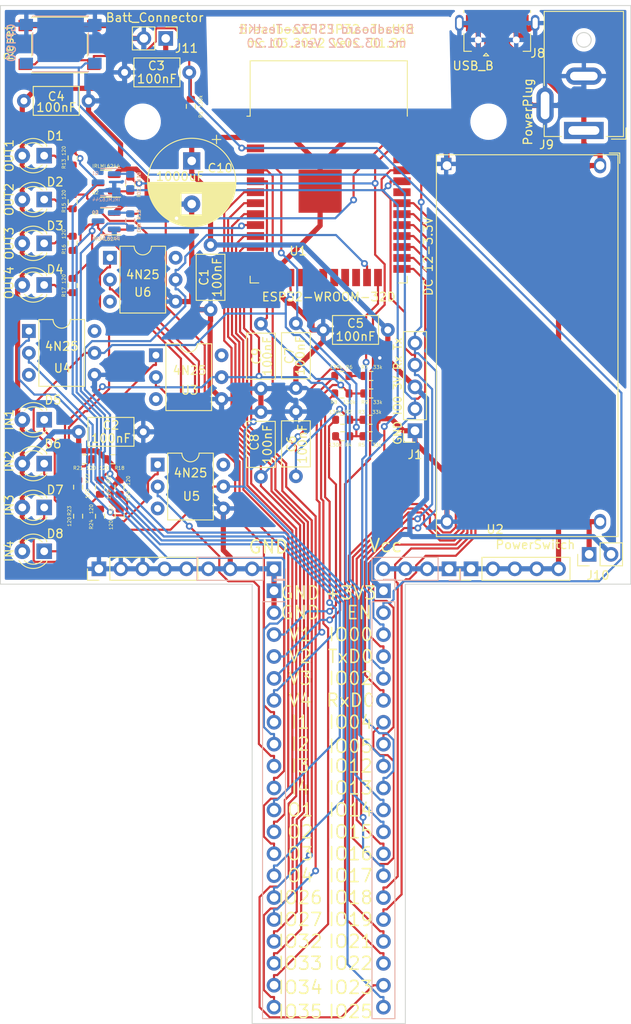
<source format=kicad_pcb>
(kicad_pcb (version 20211014) (generator pcbnew)
  (layers (0 "F.Cu" signal) (31 "B.Cu" signal) (34 "B.Paste" user) (35 "F.Paste" user) (36 "B.SilkS" user "B.Silkscreen") (37 "F.SilkS" user "F.Silkscreen") (38 "B.Mask" user) (39 "F.Mask" user) (44 "Edge.Cuts" user))
  (net 0 "")
  (net 1 "+3V3")
  (net 2 "GND")
  (net 3 "EN")
  (net 4 "GPIO36")
  (net 5 "GPIO39")
  (net 6 "Net-(D1-Pad1)")
  (net 8 "GPIO26")
  (net 9 "GPIO25")
  (net 10 "GPIO19")
  (net 11 "GPIO18")
  (net 12 "GPIO0")
  (net 13 "RxD0")
  (net 14 "TxD0")
  (net 15 "Net-(D2-Pad1)")
  (net 16 "GPIO34")
  (net 17 "GPIO35")
  (net 18 "GPIO32")
  (net 19 "GPIO33")
  (net 20 "GPIO27")
  (net 21 "GPIO14")
  (net 22 "GPIO12")
  (net 23 "GPIO13")
  (net 30 "GPIO15")
  (net 31 "GPIO2")
  (net 32 "GPIO4")
  (net 33 "GPIO16")
  (net 34 "GPIO17")
  (net 35 "GPIO5")
  (net 37 "GPIO21")
  (net 38 "GPIO22")
  (net 39 "GPIO23")
  (net 40 "Net-(R18-Pad1)")
  (net 41 "Net-(D3-Pad1)")
  (net 44 "Net-(Q1-Pad1)")
  (net 45 "Net-(R19-Pad1)")
  (net 46 "Net-(D4-Pad1)")
  (net 47 "Net-(R20-Pad1)")
  (net 48 "O1")
  (net 49 "Net-(Q2-Pad1)")
  (net 50 "O2")
  (net 51 "Net-(Q3-Pad1)")
  (net 52 "O3")
  (net 53 "Net-(Q4-Pad1)")
  (net 54 "O4")
  (net 55 "V1")
  (net 56 "V2")
  (net 57 "V3")
  (net 58 "V4")
  (net 59 "I1")
  (net 62 "I2")
  (net 63 "I3")
  (net 66 "I4")
  (net 69 "Net-(D5-Pad1)")
  (net 70 "Net-(D6-Pad1)")
  (net 71 "Net-(D7-Pad1)")
  (net 72 "Net-(D8-Pad1)")
  (net 73 "VCC")
  (net 77 "Net-(R21-Pad1)")
  (net 78 "VDD")
  (footprint "Resistor_SMD:R_0603_1608Metric" (layer "F.Cu") (at 55.753 101.854 90)
    (fp_text reference "R20")
    (fp_text value "120")
  )
  (footprint "Resistor_SMD:R_0603_1608Metric" (layer "F.Cu") (at 50.927 101.854 -90)
    (fp_text reference "R23")
    (fp_text value "120")
  )
  (footprint "Capacitor_THT:C_Axial_L5.1mm_D3.1mm_P7.50mm_Horizontal" (layer "F.Cu") (at 76.2 97.222 90)
    (fp_text reference "C6")
    (fp_text value "100nF")
  )
  (footprint "Package_TO_SOT_SMD:SOT-23" (layer "F.Cu") (at 54.1805 63.312 180)
    (fp_text reference "Q2")
    (fp_text value "IRLML6244")
  )
  (footprint "Capacitor_THT:C_Axial_L5.1mm_D3.1mm_P7.50mm_Horizontal" (layer "F.Cu") (at 44.637 53.721)
    (fp_text reference "C4")
    (fp_text value "100nF")
  )
  (footprint "Capacitor_THT:C_Axial_L5.1mm_D3.1mm_P7.50mm_Horizontal" (layer "F.Cu") (at 50.987 92.075)
    (fp_text reference "C2")
    (fp_text value "100nF")
  )
  (footprint "LED_THT:LED_D3.0mm" (layer "F.Cu") (at 46.99 100.838 180)
    (fp_text reference "D7")
    (fp_text value "IN3")
  )
  (footprint "Resistor_SMD:R_0603_1608Metric" (layer "F.Cu") (at 56.9745 67.63 -90)
    (fp_text reference "R12")
    (fp_text value "120")
  )
  (footprint "Resistor_SMD:R_0603_1608Metric" (layer "F.Cu") (at 81.6288 92.583)
    (fp_text reference "R4")
    (fp_text value "130k")
  )
  (footprint "Resistor_SMD:R_0603_1608Metric" (layer "F.Cu") (at 54.9656 95.25 180)
    (fp_text reference "R18")
    (fp_text value "120")
  )
  (footprint "Converter_DCDC:Converter_DCDC_China3A_THT" (layer "F.Cu") (at 111.506 61.214 -90)
    (fp_text reference "U2")
    (fp_text value "DC 12-3.3V")
  )
  (footprint "MountingHole:MountingHole_3.2mm_M3" (layer "F.Cu") (at 58.42 56.134)
    (fp_text reference "REF1" hide)
    (fp_text value "MountingHole_3.2mm_M3" hide)
  )
  (footprint "Resistor_SMD:R_0603_1608Metric" (layer "F.Cu") (at 51.689 95.25 180)
    (fp_text reference "R21")
    (fp_text value "120")
  )
  (footprint "LED_THT:LED_D3.0mm" (layer "F.Cu") (at 46.985 60.071 180)
    (fp_text reference "D1")
    (fp_text value "OUT1")
  )
  (footprint "Package_DIP:DIP-6_W7.62mm" (layer "F.Cu") (at 45.212 80.391)
    (fp_text reference "U4")
    (fp_text value "4N25")
  )
  (footprint "Connector_USB:USB_Micro-AB_Molex_47590-0001" (layer "F.Cu") (at 99.568 44.704 180)
    (fp_text reference "J8")
    (fp_text value "USB_B")
  )
  (footprint "Resistor_SMD:R_0603_1608Metric" (layer "F.Cu") (at 55.7276 98.489 90)
    (fp_text reference "R19")
    (fp_text value "120")
  )
  (footprint "Resistor_SMD:R_0603_1608Metric" (layer "F.Cu") (at 84.899 85.598)
    (fp_text reference "R7")
    (fp_text value "33k")
  )
  (footprint "Connector_PinHeader_2.54mm:PinHeader_1x02_P2.54mm_Vertical" (layer "F.Cu") (at 61.092 46.482 -90)
    (fp_text reference "J11")
    (fp_text value "Batt_Connector")
  )
  (footprint "Resistor_SMD:R_0603_1608Metric" (layer "F.Cu") (at 84.899 87.63)
    (fp_text reference "R9")
    (fp_text value "33k")
  )
  (footprint "LED_THT:LED_D3.0mm" (layer "F.Cu") (at 46.985 70.231 180)
    (fp_text reference "D3")
    (fp_text value "OUT3")
  )
  (footprint "Resistor_SMD:R_0603_1608Metric" (layer "F.Cu") (at 50.927 98.489 -90)
    (fp_text reference "R22")
    (fp_text value "120")
  )
  (footprint "Resistor_SMD:R_0603_1608Metric" (layer "F.Cu") (at 50.287 75.12 -90)
    (fp_text reference "R17")
    (fp_text value "120")
  )
  (footprint "Connector_PinHeader_2.54mm:PinHeader_1x05_P2.54mm_Vertical" (layer "F.Cu") (at 96.52 107.95 90)
    (fp_text reference "J7" hide)
    (fp_text value "Vcc")
  )
  (footprint "LED_THT:LED_D3.0mm" (layer "F.Cu") (at 46.99 90.678 180)
    (fp_text reference "D5")
    (fp_text value "IN1")
  )
  (footprint "Resistor_SMD:R_0603_1608Metric" (layer "F.Cu") (at 56.9745 63.375 -90)
    (fp_text reference "R11")
    (fp_text value "120")
  )
  (footprint "Capacitor_THT:CP_Radial_D10.0mm_P5.00mm" (layer "F.Cu") (at 64.1096 60.6751 -90)
    (fp_text reference "C10")
    (fp_text value "1000uF")
  )
  (footprint "Package_DIP:DIP-6_W7.62mm" (layer "F.Cu") (at 60.1572 95.8746)
    (fp_text reference "U5")
    (fp_text value "4N25")
  )
  (footprint "RF_Module:ESP32-WROOM-32" (layer "F.Cu") (at 80.01 64.94)
    (fp_text reference "U1")
    (fp_text value "ESP32-WROOM-32D")
  )
  (footprint "Package_DIP:DIP-6_W7.62mm" (layer "F.Cu") (at 54.62 71.897)
    (fp_text reference "U6")
    (fp_text value "4N25")
  )
  (footprint "Resistor_SMD:R_0603_1608Metric" (layer "F.Cu") (at 53.467 98.489 -90)
    (fp_text reference "R25")
    (fp_text value "120")
  )
  (footprint "Resistor_SMD:R_0603_1608Metric" (layer "F.Cu") (at 64.008 54.356 90)
    (fp_text reference "R1")
    (fp_text value "130k")
  )
  (footprint "Capacitor_THT:C_Axial_L5.1mm_D3.1mm_P7.50mm_Horizontal" (layer "F.Cu") (at 76.2 79.502 -90)
    (fp_text reference "C7")
    (fp_text value "100nF")
  )
  (footprint "Resistor_SMD:R_0603_1608Metric" (layer "F.Cu") (at 81.534 87.63)
    (fp_text reference "R8")
    (fp_text value "130k")
  )
  (footprint "Resistor_SMD:R_0603_1608Metric" (layer "F.Cu") (at 53.467 101.854 90)
    (fp_text reference "R24")
    (fp_text value "120")
  )
  (footprint "Resistor_SMD:R_0603_1608Metric" (layer "F.Cu") (at 81.534 85.598)
    (fp_text reference "R6")
    (fp_text value "130k")
  )
  (footprint "LED_THT:LED_D3.0mm" (layer "F.Cu") (at 46.99 65.151 180)
    (fp_text reference "D2")
    (fp_text value "OUT2")
  )
  (footprint "Resistor_SMD:R_0603_1608Metric" (layer "F.Cu") (at 50.287 70.231 90)
    (fp_text reference "R16")
    (fp_text value "120")
  )
  (footprint "Package_DIP:DIP-6_W7.62mm" (layer "F.Cu") (at 59.954 83.2)
    (fp_text reference "U3")
    (fp_text value "4N25")
  )
  (footprint "Capacitor_THT:C_Axial_L5.1mm_D3.1mm_P7.50mm_Horizontal" (layer "F.Cu") (at 72.136 97.282 90)
    (fp_text reference "C8")
    (fp_text value "100nF")
  )
  (footprint "Connector_BarrelJack:BarrelJack_GCT_DCJ200-10-A_Horizontal" (layer "F.Cu") (at 109.616 57.15 180)
    (fp_text reference "J9")
    (fp_text value "PowerPlug")
    (fp_circle (center 0 10.5) (end 0.85 10.5) (layer "Edge.Cuts") (width 0.12) (fill none))
  )
  (footprint "Capacitor_THT:C_Axial_L5.1mm_D3.1mm_P7.50mm_Horizontal" (layer "F.Cu") (at 86.868 80.264 180)
    (fp_text reference "C5")
    (fp_text value "100nF")
  )
  (footprint "Button_Switch_SMD:SW_SPST_PTS645" (layer "F.Cu") (at 48.768 47.244)
    (fp_text reference "SW1" hide)
    (fp_text value "Reset")
  )
  (footprint "Resistor_SMD:R_0603_1608Metric" (layer "F.Cu") (at 84.8038 92.583)
    (fp_text reference "R5")
    (fp_text value "33k")
  )
  (footprint "MountingHole:MountingHole_3.2mm_M3" (layer "F.Cu") (at 98.552 56.134)
    (fp_text reference "REF2" hide)
    (fp_text value "MountingHole_3.2mm_M3" hide)
  )
  (footprint "Resistor_SMD:R_0603_1608Metric" (layer "F.Cu") (at 50.287 60.325 -90)
    (fp_text reference "R13")
    (fp_text value "120")
  )
  (footprint "Package_TO_SOT_SMD:SOT-23" (layer "F.Cu") (at 54.1805 67.693 180)
    (fp_text reference "Q3")
    (fp_text value "IRLML6244")
  )
  (footprint "Resistor_SMD:R_0603_1608Metric" (layer "F.Cu") (at 50.287 65.405 -90)
    (fp_text reference "R15")
    (fp_text value "120")
  )
  (footprint "Capacitor_THT:C_Axial_L5.1mm_D3.1mm_P7.50mm_Horizontal" (layer "F.Cu") (at 72.136 79.562 -90)
    (fp_text reference "C9")
    (fp_text value "100nF")
  )
  (footprint "LED_THT:LED_D3.0mm" (layer "F.Cu") (at 46.99 95.758 180)
    (fp_text reference "D6")
    (fp_text value "IN2")
  )
  (footprint "Resistor_SMD:R_0603_1608Metric" (layer "F.Cu") (at 81.6288 90.678)
    (fp_text reference "R2")
    (fp_text value "130k")
  )
  (footprint "Connector_PinHeader_2.54mm:PinHeader_1x05_P2.54mm_Vertical" (layer "F.Cu") (at 53.34 107.95 90)
    (fp_text reference "J6" hide)
    (fp_text value "GND")
  )
  (footprint "Resistor_SMD:R_0603_1608Metric" (layer "F.Cu") (at 84.8038 90.678)
    (fp_text reference "R3")
    (fp_text value "33k")
  )
  (footprint "Connector_PinSocket_2.54mm:PinSocket_1x05_P2.54mm_Vertical" (layer "F.Cu") (at 90.018 91.948 180)
    (fp_text reference "J1")
    (fp_text value "PGM" hide)
  )
  (footprint "Capacitor_THT:C_Axial_L5.1mm_D3.1mm_P7.50mm_Horizontal" (layer "F.Cu") (at 63.821 50.419 180)
    (fp_text reference "C3")
    (fp_text value "100nF")
  )
  (footprint "LED_THT:LED_D3.0mm" (layer "F.Cu") (at 46.99 105.918 180)
    (fp_text reference "D8")
    (fp_text value "IN4")
  )
  (footprint "Capacitor_THT:C_Axial_L5.1mm_D3.1mm_P7.50mm_Horizontal" (layer "F.Cu") (at 66.294 70.418 -90)
    (fp_text reference "C1")
    (fp_text value "100nF")
  )
  (footprint "LED_THT:LED_D3.0mm" (layer "F.Cu") (at 46.985 75.057 180)
    (fp_text reference "D4")
    (fp_text value "OUT4")
  )
  (footprint "Connector_PinHeader_2.54mm:PinHeader_1x02_P2.54mm_Vertical" (layer "F.Cu") (at 110.231 106.2736 90)
    (fp_text reference "J10")
    (fp_text value "PowerSwitch")
  )
  (footprint "Connector_PinHeader_2.54mm:PinHeader_1x20_P2.54mm_Vertical" (layer "B.Cu") (at 73.66 110.49 180)
    (fp_text reference "J2" hide)
    (fp_text value "Left-Side" hide)
  )
  (footprint "Resistor_SMD:R_0603_1608Metric" (layer "B.Cu") (at 56.9745 67.63 90)
    (fp_text reference "R14")
    (fp_text value "120")
  )
  (footprint "Connector_PinHeader_2.54mm:PinHeader_1x20_P2.54mm_Vertical" (layer "B.Cu") (at 86.36 110.495 180)
    (fp_text reference "J3" hide)
    (fp_text value "Right_Side" hide)
  )
  (footprint "Button_Switch_SMD:SW_SPST_PTS645" (layer "B.Cu") (at 48.895 47.117 180)
    (fp_text reference "SW2" hide)
    (fp_text value "GPIO0")
  )
  (footprint "Package_TO_SOT_SMD:SOT-23" (layer "B.Cu") (at 54.1805 67.63 180)
    (fp_text reference "Q4")
    (fp_text value "IRLML6244")
  )
  (footprint "Resistor_SMD:R_0603_1608Metric" (layer "B.Cu") (at 56.9745 63.058 90)
    (fp_text reference "R10")
    (fp_text value "120")
  )
  (footprint "Connector_PinHeader_2.54mm:PinHeader_1x04_P2.54mm_Vertical" (layer "B.Cu") (at 73.66 107.95 90)
    (fp_text reference "J4" hide)
    (fp_text value "GND" hide)
  )
  (footprint "Connector_PinHeader_2.54mm:PinHeader_1x04_P2.54mm_Vertical" (layer "B.Cu") (at 93.97 107.95 90)
    (fp_text reference "J5" hide)
    (fp_text value "Vcc" hide)
  )
  (footprint "Package_TO_SOT_SMD:SOT-23" (layer "B.Cu") (at 54.1805 63.121 180)
    (fp_text reference "Q1")
    (fp_text value "IRLML6244")
  )
  (gr_line (start 88.9 160.655) (end 88.9 109.728) (layer "Edge.Cuts") (width 0.1))
  (gr_line (start 71.12 109.728) (end 71.12 160.655) (layer "Edge.Cuts") (width 0.1))
  (gr_line (start 115.062 42.672) (end 115.062 109.728) (layer "Edge.Cuts") (width 0.1))
  (gr_line (start 41.91 42.672) (end 115.062 42.672) (layer "Edge.Cuts") (width 0.1))
  (gr_line (start 71.12 160.655) (end 88.9 160.655) (layer "Edge.Cuts") (width 0.1))
  (gr_line (start 41.91 109.728) (end 71.12 109.728) (layer "Edge.Cuts") (width 0.1))
  (gr_line (start 88.9 109.728) (end 115.062 109.728) (layer "Edge.Cuts") (width 0.1))
  (gr_line (start 41.91 109.728) (end 41.91 42.672) (layer "Edge.Cuts") (width 0.1))
  (gr_text "Breadboard ESP32-TestKit\nmc 03.2022 Vers. 01.20" (at 79.756 46.228) (layer "B.SilkS") (effects (font (size 1 1)) (justify mirror)))
  (gr_text "O1" (at 76.708 135.89) (layer "F.SilkS") (effects (font (size 1.5 1.5) (thickness 0.18))))
  (gr_text "EN" (at 83.566 113.03) (layer "F.SilkS") (effects (font (size 1.5 1.5) (thickness 0.18))))
  (gr_text "GND IO0 3V Rx Tx" (at 88.011 87.376 90) (layer "F.SilkS") (effects (font (size 0.9 0.9))))
  (gr_text "IO12" (at 82.55 130.81) (layer "F.SilkS") (effects (font (size 1.5 1.5) (thickness 0.18))))
  (gr_text "V2" (at 76.708 118.11) (layer "F.SilkS") (effects (font (size 1.5 1.5) (thickness 0.18))))
  (gr_text "GND" (at 76.708 113.03) (layer "F.SilkS") (effects (font (size 1.5 1.5) (thickness 0.18))))
  (gr_text "IO14" (at 82.55 135.89) (layer "F.SilkS") (effects (font (size 1.5 1.5) (thickness 0.18))))
  (gr_text "I4" (at 76.708 133.35) (layer "F.SilkS") (effects (font (size 1.5 1.5) (thickness 0.18))))
  (gr_text "I2" (at 76.708 128.27) (layer "F.SilkS") (effects (font (size 1.5 1.5) (thickness 0.18))))
  (gr_text "+3V3" (at 82.55 110.744) (layer "F.SilkS") (effects (font (size 1.5 1.5) (thickness 0.18))))
  (gr_text "IO33" (at 76.708 153.67) (layer "F.SilkS") (effects (font (size 1.5 1.5) (thickness 0.18))))
  (gr_text "IO21" (at 82.55 151.13) (layer "F.SilkS") (effects (font (size 1.5 1.5) (thickness 0.18))))
  (gr_text "GND" (at 76.708 110.744) (layer "F.SilkS") (effects (font (size 1.5 1.5) (thickness 0.18))))
  (gr_text "IO02" (at 82.55 120.65) (layer "F.SilkS") (effects (font (size 1.5 1.5) (thickness 0.18))))
  (gr_text "IO15" (at 82.55 138.43) (layer "F.SilkS") (effects (font (size 1.5 1.5) (thickness 0.18))))
  (gr_text "I1" (at 76.708 125.73) (layer "F.SilkS") (effects (font (size 1.5 1.5) (thickness 0.18))))
  (gr_text "RxD0" (at 82.55 123.19) (layer "F.SilkS") (effects (font (size 1.5 1.5) (thickness 0.18))))
  (gr_text "IO26" (at 76.708 146.05) (layer "F.SilkS") (effects (font (size 1.5 1.5) (thickness 0.18))))
  (gr_text "IO04" (at 82.55 125.73) (layer "F.SilkS") (effects (font (size 1.5 1.5) (thickness 0.18))))
  (gr_text "O3" (at 76.708 140.97) (layer "F.SilkS") (effects (font (size 1.5 1.5) (thickness 0.18))))
  (gr_text "TxD0" (at 82.55 118.11) (layer "F.SilkS") (effects (font (size 1.5 1.5) (thickness 0.18))))
  (gr_text "Breadboard ESP32-TestKit\nmc 03.2022 Vers. 01.20" (at 79.756 46.228) (layer "F.SilkS") (effects (font (size 1 1))))
  (gr_text "V1" (at 76.708 115.57) (layer "F.SilkS") (effects (font (size 1.5 1.5) (thickness 0.18))))
  (gr_text "O4" (at 76.708 143.51) (layer "F.SilkS") (effects (font (size 1.5 1.5) (thickness 0.18))))
  (gr_text "IO00" (at 82.55 115.57) (layer "F.SilkS") (effects (font (size 1.5 1.5) (thickness 0.18))))
  (gr_text "IO16" (at 82.55 140.97) (layer "F.SilkS") (effects (font (size 1.5 1.5) (thickness 0.18))))
  (gr_text "IO35" (at 76.708 159.258) (layer "F.SilkS") (effects (font (size 1.5 1.5) (thickness 0.18))))
  (gr_text "IO19" (at 82.55 148.59) (layer "F.SilkS") (effects (font (size 1.5 1.5) (thickness 0.18))))
  (gr_text "IO23" (at 82.55 156.464) (layer "F.SilkS") (effects (font (size 1.5 1.5) (thickness 0.18))))
  (gr_text "IO34" (at 76.708 156.464) (layer "F.SilkS") (effects (font (size 1.5 1.5) (thickness 0.18))))
  (gr_text "IO18" (at 82.55 146.05) (layer "F.SilkS") (effects (font (size 1.5 1.5) (thickness 0.18))))
  (gr_text "IO27" (at 76.708 148.59) (layer "F.SilkS") (effects (font (size 1.5 1.5) (thickness 0.18))))
  (gr_text "IO13" (at 82.55 133.35) (layer "F.SilkS") (effects (font (size 1.5 1.5) (thickness 0.18))))
  (gr_text "I3" (at 76.708 130.81) (layer "F.SilkS") (effects (font (size 1.5 1.5) (thickness 0.18))))
  (gr_text "IO32" (at 76.708 151.13) (layer "F.SilkS") (effects (font (size 1.5 1.5) (thickness 0.18))))
  (gr_text "IO17" (at 82.55 143.51) (layer "F.SilkS") (effects (font (size 1.5 1.5) (thickness 0.18))))
  (gr_text "IO05" (at 82.55 128.524) (layer "F.SilkS") (effects (font (size 1.5 1.5) (thickness 0.18))))
  (gr_text "O2" (at 76.708 138.43) (layer "F.SilkS") (effects (font (size 1.5 1.5) (thickness 0.18))))
  (gr_text "IO25" (at 82.55 159.258) (layer "F.SilkS") (effects (font (size 1.5 1.5) (thickness 0.18))))
  (gr_text "V4" (at 76.708 123.19) (layer "F.SilkS") (effects (font (size 1.5 1.5) (thickness 0.18))))
  (gr_text "V3" (at 76.708 120.65) (layer "F.SilkS") (effects (font (size 1.5 1.5) (thickness 0.18))))
  (gr_text "IO22" (at 82.55 153.67) (layer "F.SilkS") (effects (font (size 1.5 1.5) (thickness 0.18))))
  (segment (start 64.1096 55.2826) (end 64.008 55.181) (width 0.6) (layer "F.Cu") (net 1))
  (segment (start 54.1406 95.25) (end 53.1644 94.2738) (width 0.6) (layer "F.Cu") (net 1))
  (segment (start 50.987 94.2738) (end 50.864 94.3968) (width 0.6) (layer "F.Cu") (net 1))
  (segment (start 64.1096 57.955) (end 71.51 57.955) (width 0.6) (layer "F.Cu") (net 1))
  (segment (start 55.753 101.029) (end 54.7515 100.0275) (width 0.6) (layer "F.Cu") (net 1))
  (segment (start 44.445 53.913) (end 44.637 53.721) (width 0.6) (layer "F.Cu") (net 1))
  (segment (start 64.008 55.181) (end 61.092 52.265) (width 0.6) (layer "F.Cu") (net 1))
  (segment (start 44.45 90.678) (end 44.45 95.758) (width 0.6) (layer "F.Cu") (net 1))
  (segment (start 55.7276 97.664) (end 55.7276 96.7577) (width 0.6) (layer "F.Cu") (net 1))
  (segment (start 53.1644 94.2738) (end 50.987 94.2738) (width 0.6) (layer "F.Cu") (net 1))
  (segment (start 61.092 52.265) (end 61.092 46.482) (width 0.6) (layer "F.Cu") (net 1))
  (segment (start 44.45 65.151) (end 44.445 65.146) (width 0.6) (layer "F.Cu") (net 1))
  (segment (start 44.445 65.156) (end 44.445 70.231) (width 0.6) (layer "F.Cu") (net 1))
  (segment (start 43.905 90.133) (end 44.45 90.678) (width 0.6) (layer "F.Cu") (net 1))
  (segment (start 64.1096 57.955) (end 64.1096 55.2826) (width 0.6) (layer "F.Cu") (net 1))
  (segment (start 90.018 86.868) (end 86.868 83.718) (width 0.6) (layer "F.Cu") (net 1))
  (segment (start 64.1096 62.1754) (end 66.294 64.3598) (width 0.6) (layer "F.Cu") (net 1))
  (segment (start 46.093 52.265) (end 61.092 52.265) (width 0.6) (layer "F.Cu") (net 1))
  (segment (start 44.637 53.721) (end 46.093 52.265) (width 0.6) (layer "F.Cu") (net 1))
  (segment (start 54.7515 98.6401) (end 55.7276 97.664) (width 0.6) (layer "F.Cu") (net 1))
  (segment (start 44.45 95.758) (end 44.45 100.838) (width 0.6) (layer "F.Cu") (net 1))
  (segment (start 44.45 105.918) (end 44.45 100.838) (width 0.6) (layer "F.Cu") (net 1))
  (segment (start 64.1096 60.6751) (end 64.1096 57.955) (width 0.6) (layer "F.Cu") (net 1))
  (segment (start 44.445 60.071) (end 44.445 53.913) (width 0.6) (layer "F.Cu") (net 1))
  (segment (start 64.1096 60.6751) (end 64.1096 62.1754) (width 0.6) (layer "F.Cu") (net 1))
  (segment (start 43.905 75.597) (end 43.905 90.133) (width 0.6) (layer "F.Cu") (net 1))
  (segment (start 54.2199 95.25) (end 54.1406 95.25) (width 0.6) (layer "F.Cu") (net 1))
  (segment (start 44.45 65.151) (end 44.445 65.156) (width 0.6) (layer "F.Cu") (net 1))
  (segment (start 50.864 94.3968) (end 50.864 95.25) (width 0.6) (layer "F.Cu") (net 1))
  (segment (start 86.868 83.718) (end 86.868 80.264) (width 0.6) (layer "F.Cu") (net 1))
  (segment (start 44.445 70.231) (end 44.445 75.057) (width 0.6) (layer "F.Cu") (net 1))
  (segment (start 44.445 75.057) (end 43.905 75.597) (width 0.6) (layer "F.Cu") (net 1))
  (segment (start 44.445 65.146) (end 44.445 60.071) (width 0.6) (layer "F.Cu") (net 1))
  (segment (start 50.987 92.075) (end 50.987 94.2738) (width 0.6) (layer "F.Cu") (net 1))
  (segment (start 55.7276 96.7577) (end 54.2199 95.25) (width 0.6) (layer "F.Cu") (net 1))
  (segment (start 66.294 64.3598) (end 66.294 70.418) (width 0.6) (layer "F.Cu") (net 1))
  (segment (start 54.7515 100.0275) (end 54.7515 98.6401) (width 0.6) (layer "F.Cu") (net 1))
  (segment (start 91.3684 99.8421) (end 89.4254 101.7851) (width 0.6) (layer "B.Cu") (net 1))
  (segment (start 77.022 70.418) (end 66.294 70.418) (width 0.6) (layer "B.Cu") (net 1))
  (segment (start 88.4223 103.966) (end 89.4254 103.966) (width 0.6) (layer "B.Cu") (net 1))
  (segment (start 44.45 95.758) (end 48.133 92.075) (width 0.6) (layer "B.Cu") (net 1))
  (segment (start 89.4254 103.966) (end 89.6827 104.2233) (width 0.6) (layer "B.Cu") (net 1))
  (segment (start 86.36 110.495) (end 84.9969 109.1319) (width 0.6) (layer "B.Cu") (net 1))
  (segment (start 86.868 80.264) (end 77.022 70.418) (width 0.6) (layer "B.Cu") (net 1))
  (segment (start 84.9969 109.1319) (end 84.9969 107.3914) (width 0.6) (layer "B.Cu") (net 1))
  (segment (start 90.018 86.868) (end 91.3684 88.2184) (width 0.6) (layer "B.Cu") (net 1))
  (segment (start 48.133 92.075) (end 50.987 92.075) (width 0.6) (layer "B.Cu") (net 1))
  (segment (start 89.6827 104.2233) (end 110.7207 104.2233) (width 0.6) (layer "B.Cu") (net 1))
  (segment (start 91.3684 88.2184) (end 91.3684 99.8421) (width 0.6) (layer "B.Cu") (net 1))
  (segment (start 110.7207 104.2233) (end 112.771 106.2736) (width 0.6) (layer "B.Cu") (net 1))
  (segment (start 89.4254 101.7851) (end 89.4254 103.966) (width 0.6) (layer "B.Cu") (net 1))
  (segment (start 84.9969 107.3914) (end 88.4223 103.966) (width 0.6) (layer "B.Cu") (net 1))
  (segment (start 73.66 110.49) (end 73.66 113.03) (width 0.6) (layer "F.Cu") (net 2))
  (segment (start 66.294 77.918) (end 66.294 79.2183) (width 0.6) (layer "F.Cu") (net 2))
  (segment (start 97.2552 45.6409) (end 97.368 45.7537) (width 0.6) (layer "F.Cu") (net 2))
  (segment (start 66.294 77.918) (end 64.9937 77.918) (width 0.6) (layer "F.Cu") (net 2))
  (segment (start 52.748 44.994) (end 44.788 44.994) (width 0.6) (layer "F.Cu") (net 2))
  (segment (start 79.01 61.1847) (end 83.5097 56.685) (width 0.6) (layer "F.Cu") (net 2))
  (segment (start 68.58 107.95) (end 68.58 106.5997) (width 0.6) (layer "F.Cu") (net 2))
  (segment (start 85.7504 90.5564) (end 85.6896 90.6172) (width 0.6) (layer "F.Cu") (net 2))
  (segment (start 99.568 44.704) (end 97.6177 44.704) (width 0.6) (layer "F.Cu") (net 2))
  (segment (start 64.1096 76.977) (end 63.5403 76.977) (width 0.6) (layer "F.Cu") (net 2))
  (segment (start 79.01 64.185) (end 79.01 67.1853) (width 0.6) (layer "F.Cu") (net 2))
  (segment (start 92.0447 58.1324) (end 93.726 59.8137) (width 0.6) (layer "F.Cu") (net 2))
  (segment (start 75.7668 77.1671) (end 78.0677 79.468) (width 0.6) (layer "F.Cu") (net 2))
  (segment (start 85.9339 83.5058) (end 85.9339 85.3881) (width 0.6) (layer "F.Cu") (net 2))
  (segment (start 93.726 61.214) (end 93.726 59.8137) (width 0.6) (layer "F.Cu") (net 2))
  (segment (start 102.768 45.4291) (end 103.2429 45.4291) (width 0.6) (layer "F.Cu") (net 2))
  (segment (start 74.295 75.6953) (end 74.295 76.1425) (width 0.6) (layer "F.Cu") (net 2))
  (segment (start 52.137 53.721) (end 52.137 55.0213) (width 0.6) (layer "F.Cu") (net 2))
  (segment (start 85.9339 85.3881) (end 85.724 85.598) (width 0.6) (layer "F.Cu") (net 2))
  (segment (start 58.552 46.482) (end 57.2017 46.482) (width 0.6) (layer "F.Cu") (net 2))
  (segment (start 79.01 68.1832) (end 79.01 67.1853) (width 0.6) (layer "F.Cu") (net 2))
  (segment (start 97.2862 52.2655) (end 92.0447 57.507) (width 0.6) (layer "F.Cu") (net 2))
  (segment (start 96.368 45.0665) (end 97.2552 45.0665) (width 0.6) (layer "F.Cu") (net 2))
  (segment (start 74.4985 72.6947) (end 79.01 68.1832) (width 0.6) (layer "F.Cu") (net 2))
  (segment (start 90.018 91.948) (end 90.018 93.2983) (width 0.6) (layer "F.Cu") (net 2))
  (segment (start 58.9346 65.6751) (end 58.9346 62.9171) (width 0.6) (layer "F.Cu") (net 2))
  (segment (start 95.3492 44.8852) (end 95.168 44.704) (width 0.6) (layer "F.Cu") (net 2))
  (segment (start 85.529 90.7778) (end 85.529 92.4832) (width 0.6) (layer "F.Cu") (net 2))
  (segment (start 93.726 97.0063) (end 90.018 93.2983) (width 0.6) (layer "F.Cu") (net 2))
  (segment (start 92.0447 57.507) (end 92.0447 58.1324) (width 0.6) (layer "F.Cu") (net 2))
  (segment (start 57.6457 61.6282) (end 55.8518 61.6282) (width 0.6) (layer "F.Cu") (net 2))
  (segment (start 55.7137 44.994) (end 52.748 44.994) (width 0.6) (layer "F.Cu") (net 2))
  (segment (start 99.568 44.704) (end 101.5183 44.704) (width 0.6) (layer "F.Cu") (net 2))
  (segment (start 96.368 44.8852) (end 96.368 45.0665) (width 0.6) (layer "F.Cu") (net 2))
  (segment (start 56.1859 65.6751) (end 58.9346 65.6751) (width 0.6) (layer "F.Cu") (net 2))
  (segment (start 97.368 46.654) (end 97.368 45.7537) (width 0.6) (layer "F.Cu") (net 2))
  (segment (start 74.295 72.6947) (end 74.4985 72.6947) (width 0.6) (layer "F.Cu") (net 2))
  (segment (start 55.8518 58.7361) (end 55.8518 61.6282) (width 0.6) (layer "F.Cu") (net 2))
  (segment (start 74.295 74.195) (end 74.295 75.6953) (width 0.6) (layer "F.Cu") (net 2))
  (segment (start 79.01 61.1847) (end 74.5103 56.685) (width 0.6) (layer "F.Cu") (net 2))
  (segment (start 67.7772 100.9546) (end 67.7772 105.7969) (width 0.6) (layer "F.Cu") (net 2))
  (segment (start 72.136 89.782) (end 72.136 87.062) (width 0.6) (layer "F.Cu") (net 2))
  (segment (start 64.1096 76.977) (end 64.1096 65.6751) (width 0.6) (layer "F.Cu") (net 2))
  (segment (start 79.01 64.185) (end 79.01 61.1847) (width 0.6) (layer "F.Cu") (net 2))
  (segment (start 76.2 84.7323) (end 76.2 87.002) (width 0.6) (layer "F.Cu") (net 2))
  (segment (start 79.368 80.3056) (end 79.368 81.5643) (width 0.6) (layer "F.Cu") (net 2))
  (segment (start 64.9937 77.918) (end 64.1096 77.0339) (width 0.6) (layer "F.Cu") (net 2))
  (segment (start 67.574 88.28) (end 66.2418 86.9478) (width 0.6) (layer "F.Cu") (net 2))
  (segment (start 101.768 46.1788) (end 101.768 45.7537) (width 0.6) (layer "F.Cu") (net 2))
  (segment (start 55.8518 61.6282) (end 55.118 62.362) (width 0.6) (layer "F.Cu") (net 2))
  (segment (start 66.2418 86.9478) (end 66.2418 79.2705) (width 0.6) (layer "F.Cu") (net 2))
  (segment (start 79.368 80.264) (end 78.0677 80.264) (width 0.6) (layer "F.Cu") (net 2))
  (segment (start 97.2552 45.0665) (end 97.2552 45.6409) (width 0.6) (layer "F.Cu") (net 2))
  (segment (start 97.368 46.654) (end 97.368 52.2655) (width 0.6) (layer "F.Cu") (net 2))
  (segment (start 101.7925 46.1543) (end 102.768 46.1543) (width 0.6) (layer "F.Cu") (net 2))
  (segment (start 105.116 54.25) (end 103.6157 54.25) (width 0.6) (layer "F.Cu") (net 2))
  (segment (start 73.66 107.95) (end 73.66 110.49) (width 0.6) (layer "F.Cu") (net 2))
  (segment (start 102.768 45.4291) (end 102.768 46.1543) (width 0.6) (layer "F.Cu") (net 2))
  (segment (start 101.768 46.1788) (end 101.7925 46.1543) (width 0.6) (layer "F.Cu") (net 2))
  (segment (start 79.368 80.3056) (end 79.368 80.264) (width 0.6) (layer "F.Cu") (net 2))
  (segment (start 97.368 52.2655) (end 97.2862 52.2655) (width 0.6) (layer "F.Cu") (net 2))
  (segment (start 97.2552 45.0665) (end 97.6177 44.704) (width 0.6) (layer "F.Cu") (net 2))
  (segment (start 101.5183 45.504) (end 101.768 45.7537) (width 0.6) (layer "F.Cu") (net 2))
  (segment (start 101.6312 52.2655) (end 103.6157 54.25) (width 0.6) (layer "F.Cu") (net 2))
  (segment (start 74.295 74.195) (end 74.295 72.6947) (width 0.6) (layer "F.Cu") (net 2))
  (segment (start 64.1096 77.0339) (end 64.1096 76.977) (width 0.6) (layer "F.Cu") (net 2))
  (segment (start 75.3196 77.1671) (end 75.7668 77.1671) (width 0.6) (layer "F.Cu") (net 2))
  (segment (start 78.0677 79.468) (end 78.0677 80.264) (width 0.6) (layer "F.Cu") (net 2))
  (segment (start 88.6677 91.948) (end 87.2761 90.5564) (width 0.6) (layer "F.Cu") (net 2))
  (segment (start 74.295 76.1425) (end 75.3196 77.1671) (width 0.6) (layer "F.Cu") (net 2))
  (segment (start 85.529 92.4832) (end 85.6288 92.583) (width 0.6) (layer "F.Cu") (net 2))
  (segment (start 101.768 46.654) (end 101.768 46.1788) (width 0.6) (layer "F.Cu") (net 2))
  (segment (start 96.368 44.8852) (end 95.3492 44.8852) (width 0.6) (layer "F.Cu") (net 2))
  (segment (start 58.9346 65.6751) (end 64.1096 65.6751) (width 0.6) (layer "F.Cu") (net 2))
  (segment (start 58.9346 62.9171) (end 57.6457 61.6282) (width 0.6) (layer "F.Cu") (net 2))
  (segment (start 85.6288 90.678) (end 85.529 90.7778) (width 0.6) (layer "F.Cu") (net 2))
  (segment (start 55.118 66.743) (end 56.1859 65.6751) (width 0.6) (layer "F.Cu") (net 2))
  (segment (start 79.368 81.5643) (end 76.2 84.7323) (width 0.6) (layer "F.Cu") (net 2))
  (segment (start 85.724 90.5828) (end 85.724 87.63) (width 0.6) (layer "F.Cu") (net 2))
  (segment (start 88.51 56.685) (end 90.0103 56.685) (width 0.6) (layer "F.Cu") (net 2))
  (segment (start 101.5183 44.704) (end 101.5183 45.504) (width 0.6) (layer "F.Cu") (net 2))
  (segment (start 62.24 76.977) (end 63.5403 76.977) (width 0.6) (layer "F.Cu") (net 2))
  (segment (start 96.368 44.704) (end 96.368 44.8852) (width 0.6) (layer "F.Cu") (net 2))
  (segment (start 90.0103 56.685) (end 90.8323 57.507) (width 0.6) (layer "F.Cu") (net 2))
  (segment (start 93.726 101.0887) (end 93.726 97.0063) (width 0.6) (layer "F.Cu") (net 2))
  (segment (start 85.6896 90.6172) (end 85.724 90.5828) (width 0.6) (layer "F.Cu") (net 2))
  (segment (start 74.5103 56.685) (end 71.51 56.685) (width 0.6) (layer "F.Cu") (net 2))
  (segment (start 67.7772 105.7969) (end 68.58 106.5997) (width 0.6) (layer "F.Cu") (net 2))
  (segment (start 83.5097 56.685) (end 88.51 56.685) (width 0.6) (layer "F.Cu") (net 2))
  (segment (start 66.2418 79.2705) (end 66.294 79.2183) (width 0.6) (layer "F.Cu") (net 2))
  (segment (start 85.724 87.63) (end 85.724 85.598) (width 0.6) (layer "F.Cu") (net 2))
  (segment (start 90.8323 57.507) (end 92.0447 57.507) (width 0.6) (layer "F.Cu") (net 2))
  (segment (start 97.368 52.2655) (end 101.6312 52.2655) (width 0.6) (layer "F.Cu") (net 2))
  (segment (start 93.726 102.489) (end 93.726 101.0887) (width 0.6) (layer "F.Cu") (net 2))
  (segment (start 102.768 44.704) (end 102.768 45.4291) (width 0.6) (layer "F.Cu") (net 2))
  (segment (start 103.2429 45.4291) (end 103.968 44.704) (width 0.6) (layer "F.Cu") (net 2))
  (segment (start 52.137 55.0213) (end 55.8518 58.7361) (width 0.6) (layer "F.Cu") (net 2))
  (segment (start 85.6896 90.6172) (end 85.6288 90.678) (width 0.6) (layer "F.Cu") (net 2))
  (segment (start 90.018 91.948) (end 88.6677 91.948) (width 0.6) (layer "F.Cu") (net 2))
  (segment (start 87.2761 90.5564) (end 85.7504 90.5564) (width 0.6) (layer "F.Cu") (net 2))
  (segment (start 57.2017 46.482) (end 55.7137 44.994) (width 0.6) (layer "F.Cu") (net 2))
  (via (at 85.9339 83.5058) (size 0.8) (drill 0.4) (layers "F.Cu" "B.Cu") (net 2))
  (segment (start 65.0582 98.2356) (end 65.0582 92.075) (width 0.6) (layer "B.Cu") (net 2))
  (segment (start 85.9339 83.5058) (end 82.6921 80.264) (width 0.6) (layer "B.Cu") (net 2))
  (segment (start 52.875 44.867) (end 52.875 45.4421) (width 0.6) (layer "B.Cu") (net 2))
  (segment (start 74.8997 87.0338) (end 74.8715 87.062) (width 0.6) (layer "B.Cu") (net 2))
  (segment (start 52.875 45.4421) (end 46.7654 45.4421) (width 0.6) (layer "B.Cu") (net 2))
  (segment (start 67.574 88.28) (end 67.574 89.5803) (width 0.6) (layer "B.Cu") (net 2))
  (segment (start 44.915 44.867) (end 46.1903 44.867) (width 0.6) (layer "B.Cu") (net 2))
  (segment (start 74.8715 87.062) (end 74.8715 87.5203) (width 0.6) (layer "B.Cu") (net 2))
  (segment (start 105.116 54.25) (end 106.6163 54.25) (width 0.6) (layer "B.Cu") (net 2))
  (segment (start 58.552 46.482) (end 58.552 47.8323) (width 0.6) (layer "B.Cu") (net 2))
  (segment (start 67.4521 89.6811) (end 67.574 89.6811) (width 0.6) (layer "B.Cu") (net 2))
  (segment (start 53.2196 46.0173) (end 56.321 49.1187) (width 0.6) (layer "B.Cu") (net 2))
  (segment (start 52.832 87.2537) (end 52.832 86.7713) (width 0.6) (layer "B.Cu") (net 2))
  (segment (start 57.1867 91.6084) (end 52.832 87.2537) (width 0.6) (layer "B.Cu") (net 2))
  (segment (start 52.875 46.0173) (end 53.2196 46.0173) (width 0.6) (layer "B.Cu") (net 2))
  (segment (start 76.2 87.002) (end 74.8997 87.002) (width 0.6) (layer "B.Cu") (net 2))
  (segment (start 55.118 68.58) (end 55.118 69.855) (width 0.6) (layer "B.Cu") (net 2))
  (segment (start 73.66 107.95) (end 71.12 107.95) (width 0.6) (layer "B.Cu") (net 2))
  (segment (start 58.552 47.8323) (end 57.2656 49.1187) (width 0.6) (layer "B.Cu") (net 2))
  (segment (start 67.6749 89.782) (end 67.574 89.6811) (width 0.6) (layer "B.Cu") (net 2))
  (segment (start 73.4363 87.062) (end 74.8715 87.062) (width 0.6) (layer "B.Cu") (net 2))
  (segment (start 56.321 50.419) (end 56.321 51.7193) (width 0.6) (layer "B.Cu") (net 2))
  (segment (start 57.1867 92.075) (end 57.1867 91.6084) (width 0.6) (layer "B.Cu") (net 2))
  (segment (start 67.574 89.6811) (end 67.574 89.5803) (width 0.6) (layer "B.Cu") (net 2))
  (segment (start 52.832 85.471) (end 52.832 86.7713) (width 0.6) (layer "B.Cu") (net 2))
  (segment (start 58.42 107.95) (end 55.88 107.95) (width 0.6) (layer "B.Cu") (net 2))
  (segment (start 76.2 89.722) (end 76.2 88.4217) (width 0.6) (layer "B.Cu") (net 2))
  (segment (start 72.136 87.062) (end 73.4363 87.062) (width 0.6) (layer "B.Cu") (net 2))
  (segment (start 106.6163 54.25) (end 108.516 52.3503) (width 0.6) (layer "B.Cu") (net 2))
  (segment (start 74.8997 87.002) (end 74.8997 87.0338) (width 0.6) (layer "B.Cu") (net 2))
  (segment (start 55.439 51.7193) (end 56.321 51.7193) (width 0.6) (layer "B.Cu") (net 2))
  (segment (start 56.321 50.419) (end 56.321 49.1187) (width 0.6) (layer "B.Cu") (net 2))
  (segment (start 55.118 64.071) (end 56.7221 65.6751) (width 0.6) (layer "B.Cu") (net 2))
  (segment (start 52.137 53.721) (end 53.4373 53.721) (width 0.6) (layer "B.Cu") (net 2))
  (segment (start 65.0582 92.075) (end 59.7873 92.075) (width 0.6) (layer "B.Cu") (net 2))
  (segment (start 58.487 92.075) (end 59.7873 92.075) (width 0.6) (layer "B.Cu") (net 2))
  (segment (start 66.04 107.95) (end 63.5 107.95) (width 0.6) (layer "B.Cu") (net 2))
  (segment (start 109.616 50.85) (end 109.616 52.3503) (width 0.6) (layer "B.Cu") (net 2))
  (segment (start 46.7654 45.4421) (end 46.1903 44.867) (width 0.6) (layer "B.Cu") (net 2))
  (segment (start 56.7221 65.6751) (end 64.1096 65.6751) (width 0.6) (layer "B.Cu") (net 2))
  (segment (start 63.5 107.95) (end 60.96 107.95) (width 0.6) (layer "B.Cu") (net 2))
  (segment (start 70.8357 89.782) (end 67.6749 89.782) (width 0.6) (layer "B.Cu") (net 2))
  (segment (start 67.7772 100.9546) (end 65.0582 98.2356) (width 0.6) (layer "B.Cu") (net 2))
  (segment (start 82.6921 80.264) (end 80.6683 80.264) (width 0.6) (layer "B.Cu") (net 2))
  (segment (start 53.4373 53.721) (end 55.439 51.7193) (width 0.6) (layer "B.Cu") (net 2))
  (segment (start 52.875 45.4421) (end 52.875 46.0173) (width 0.6) (layer "B.Cu") (net 2))
  (segment (start 74.8715 87.5203) (end 75.7729 88.4217) (width 0.6) (layer "B.Cu") (net 2))
  (segment (start 58.487 92.075) (end 57.1867 92.075) (width 0.6) (layer "B.Cu") (net 2))
  (segment (start 60.96 107.95) (end 58.42 107.95) (width 0.6) (layer "B.Cu") (net 2))
  (segment (start 108.516 52.3503) (end 109.616 52.3503) (width 0.6) (layer "B.Cu") (net 2))
  (segment (start 57.2656 49.1187) (end 56.321 49.1187) (width 0.6) (layer "B.Cu") (net 2))
  (segment (start 55.118 69.855) (end 62.24 76.977) (width 0.6) (layer "B.Cu") (net 2))
  (segment (start 68.58 107.95) (end 66.04 107.95) (width 0.6) (layer "B.Cu") (net 2))
  (segment (start 71.12 107.95) (end 68.58 107.95) (width 0.6) (layer "B.Cu") (net 2))
  (segment (start 65.0582 92.075) (end 67.4521 89.6811) (width 0.6) (layer "B.Cu") (net 2))
  (segment (start 55.88 107.95) (end 53.34 107.95) (width 0.6) (layer "B.Cu") (net 2))
  (segment (start 72.136 89.782) (end 70.8357 89.782) (width 0.6) (layer "B.Cu") (net 2))
  (segment (start 75.7729 88.4217) (end 76.2 88.4217) (width 0.6) (layer "B.Cu") (net 2))
  (segment (start 79.368 80.264) (end 80.6683 80.264) (width 0.6) (layer "B.Cu") (net 2))
  (segment (start 52.748 49.0063) (end 46.376 49.0063) (width 0.25) (layer "F.Cu") (net 3))
  (segment (start 52.748 49.0063) (end 52.748 48.5187) (width 0.25) (layer "F.Cu") (net 3))
  (segment (start 62.1193 45.3066) (end 60.0609 45.3066) (width 0.25) (layer "F.Cu") (net 3))
  (segment (start 64.008 53.531) (end 64.008 50.606) (width 0.25) (layer "F.Cu") (net 3))
  (segment (start 63.821 50.419) (end 63.821 47.0083) (width 0.25) (layer "F.Cu") (net 3))
  (segment (start 63.821 47.0083) (end 62.1193 45.3066) (width 0.25) (layer "F.Cu") (net 3))
  (segment (start 71.51 59.225) (end 70.1847 59.225) (width 0.25) (layer "F.Cu") (net 3))
  (segment (start 69.9094 59.1865) (end 70.1462 59.1865) (width 0.25) (layer "F.Cu") (net 3))
  (segment (start 44.788 49.494) (end 45.8883 49.494) (width 0.25) (layer "F.Cu") (net 3))
  (segment (start 64.008 50.606) (end 63.821 50.419) (width 0.25) (layer "F.Cu") (net 3))
  (segment (start 58.2454 48.5187) (end 52.748 48.5187) (width 0.25) (layer "F.Cu") (net 3))
  (segment (start 59.9166 45.4509) (end 59.9166 46.8475) (width 0.25) (layer "F.Cu") (net 3))
  (segment (start 70.1462 59.1865) (end 70.1847 59.225) (width 0.25) (layer "F.Cu") (net 3))
  (segment (start 46.376 49.0063) (end 45.8883 49.494) (width 0.25) (layer "F.Cu") (net 3))
  (segment (start 59.9166 46.8475) (end 58.2454 48.5187) (width 0.25) (layer "F.Cu") (net 3))
  (segment (start 52.748 49.494) (end 52.748 49.0063) (width 0.25) (layer "F.Cu") (net 3))
  (segment (start 60.0609 45.3066) (end 59.9166 45.4509) (width 0.25) (layer "F.Cu") (net 3))
  (via (at 69.9094 59.1865) (size 0.8) (drill 0.4) (layers "F.Cu" "B.Cu") (net 3))
  (segment (start 87.5353 110.5398) (end 88.6825 109.3926) (width 0.25) (layer "B.Cu") (net 3))
  (segment (start 85.5974 59.1865) (end 69.9094 59.1865) (width 0.25) (layer "B.Cu") (net 3))
  (segment (start 63.821 50.419) (end 63.821 53.0981) (width 0.25) (layer "B.Cu") (net 3))
  (segment (start 86.36 111.8597) (end 87.1681 111.8597) (width 0.25) (layer "B.Cu") (net 3))
  (segment (start 111.3619 109.3926) (end 113.9762 106.7783) (width 0.25) (layer "B.Cu") (net 3))
  (segment (start 88.6825 109.3926) (end 111.3619 109.3926) (width 0.25) (layer "B.Cu") (net 3))
  (segment (start 87.1681 111.8597) (end 87.5353 111.4925) (width 0.25) (layer "B.Cu") (net 3))
  (segment (start 86.36 113.035) (end 86.36 111.8597) (width 0.25) (layer "B.Cu") (net 3))
  (segment (start 113.9762 87.5653) (end 85.5974 59.1865) (width 0.25) (layer "B.Cu") (net 3))
  (segment (start 113.9762 106.7783) (end 113.9762 87.5653) (width 0.25) (layer "B.Cu") (net 3))
  (segment (start 63.821 53.0981) (end 69.9094 59.1865) (width 0.25) (layer "B.Cu") (net 3))
  (segment (start 87.5353 111.4925) (end 87.5353 110.5398) (width 0.25) (layer "B.Cu") (net 3))
  (segment (start 74.5073 71.3404) (end 74.5073 62.167) (width 0.25) (layer "F.Cu") (net 4))
  (segment (start 71.51 60.495) (end 72.8353 60.495) (width 0.25) (layer "F.Cu") (net 4))
  (segment (start 74.5073 62.167) (end 72.8353 60.495) (width 0.25) (layer "F.Cu") (net 4))
  (segment (start 83.2163 92.583) (end 82.4538 92.583) (width 0.25) (layer "F.Cu") (net 4))
  (segment (start 83.2163 92.583) (end 83.2163 91.527) (width 0.25) (layer "F.Cu") (net 4))
  (segment (start 83.9788 92.583) (end 83.2163 92.583) (width 0.25) (layer "F.Cu") (net 4))
  (via (at 83.2163 91.527) (size 0.8) (drill 0.4) (layers "F.Cu" "B.Cu") (net 4))
  (via (at 74.5073 71.3404) (size 0.8) (drill 0.4) (layers "F.Cu" "B.Cu") (net 4))
  (segment (start 76.3532 79.3488) (end 76.2 79.502) (width 0.25) (layer "B.Cu") (net 4))
  (segment (start 74.5073 71.3404) (end 76.3532 73.1863) (width 0.25) (layer "B.Cu") (net 4))
  (segment (start 83.2163 91.527) (end 83.2163 86.5183) (width 0.25) (layer "B.Cu") (net 4))
  (segment (start 76.3532 73.1863) (end 76.3532 79.3488) (width 0.25) (layer "B.Cu") (net 4))
  (segment (start 83.2163 86.5183) (end 76.2 79.502) (width 0.25) (layer "B.Cu") (net 4))
  (segment (start 82.4538 90.678) (end 83.9788 90.678) (width 0.25) (layer "F.Cu") (net 5))
  (segment (start 73.5053 91.0757) (end 73.5053 62.435) (width 0.25) (layer "F.Cu") (net 5))
  (segment (start 71.51 61.765) (end 72.8353 61.765) (width 0.25) (layer "F.Cu") (net 5))
  (segment (start 76.2 97.222) (end 76.2 93.7704) (width 0.25) (layer "F.Cu") (net 5))
  (segment (start 82.4538 90.635) (end 81.2721 89.4533) (width 0.25) (layer "F.Cu") (net 5))
  (segment (start 82.4538 90.678) (end 82.4538 90.635) (width 0.25) (layer "F.Cu") (net 5))
  (segment (start 76.2 93.7704) (end 73.5053 91.0757) (width 0.25) (layer "F.Cu") (net 5))
  (segment (start 73.5053 62.435) (end 72.8353 61.765) (width 0.25) (layer "F.Cu") (net 5))
  (via (at 81.2721 89.4533) (size 0.8) (drill 0.4) (layers "F.Cu" "B.Cu") (net 5))
  (segment (start 81.2721 89.4533) (end 76.2 94.5254) (width 0.25) (layer "B.Cu") (net 5))
  (segment (start 76.2 94.5254) (end 76.2 97.222) (width 0.25) (layer "B.Cu") (net 5))
  (segment (start 49.2893 61.15) (end 48.2103 60.071) (width 0.25) (layer "F.Cu") (net 6))
  (segment (start 46.985 60.071) (end 48.2103 60.071) (width 0.25) (layer "F.Cu") (net 6))
  (segment (start 50.287 61.15) (end 49.2893 61.15) (width 0.25) (layer "F.Cu") (net 6))
  (segment (start 74.6235 95.9244) (end 70.0815 91.3824) (width 0.25) (layer "F.Cu") (net 8))
  (segment (start 78.038 102.3391) (end 74.6235 98.9246) (width 0.25) (layer "F.Cu") (net 8))
  (segment (start 77.7586 141.1434) (end 78.038 140.864) (width 0.25) (layer "F.Cu") (net 8))
  (segment (start 74.6235 98.9246) (end 74.6235 95.9244) (width 0.25) (layer "F.Cu") (net 8))
  (segment (start 70.0815 91.3824) (end 70.0815 81.4859) (width 0.25) (layer "F.Cu") (net 8))
  (segment (start 69.2559 70.3138) (end 70.1847 69.385) (width 0.25) (layer "F.Cu") (net 8))
  (segment (start 78.038 140.864) (end 78.038 102.3391) (width 0.25) (layer "F.Cu") (net 8))
  (segment (start 71.51 69.385) (end 70.1847 69.385) (width 0.25) (layer "F.Cu") (net 8))
  (segment (start 70.0815 81.4859) (end 69.2559 80.6603) (width 0.25) (layer "F.Cu") (net 8))
  (segment (start 69.2559 80.6603) (end 69.2559 70.3138) (width 0.25) (layer "F.Cu") (net 8))
  (via (at 77.7586 141.1434) (size 0.8) (drill 0.4) (layers "F.Cu" "B.Cu") (net 8))
  (segment (start 74.0273 144.8747) (end 77.7586 141.1434) (width 0.25) (layer "B.Cu") (net 8))
  (segment (start 73.66 146.05) (end 73.66 144.8747) (width 0.25) (layer "B.Cu") (net 8))
  (segment (start 73.66 144.8747) (end 74.0273 144.8747) (width 0.25) (layer "B.Cu") (net 8))
  (segment (start 69.8932 68.2066) (end 70.0931 68.2066) (width 0.25) (layer "F.Cu") (net 9))
  (segment (start 70.0931 68.2066) (end 70.1847 68.115) (width 0.25) (layer "F.Cu") (net 9))
  (segment (start 71.51 68.115) (end 70.1847 68.115) (width 0.25) (layer "F.Cu") (net 9))
  (via (at 69.8932 68.2066) (size 0.8) (drill 0.4) (layers "F.Cu" "B.Cu") (net 9))
  (segment (start 82.1917 111.6484) (end 74.7463 104.203) (width 0.25) (layer "B.Cu") (net 9))
  (segment (start 54.3432 67.9423) (end 56.4618 67.9423) (width 0.25) (layer "B.Cu") (net 9))
  (segment (start 69.6448 68.455) (end 69.8932 68.2066) (width 0.25) (layer "B.Cu") (net 9))
  (segment (start 74.7463 104.203) (end 60.8696 104.203) (width 0.25) (layer "B.Cu") (net 9))
  (segment (start 82.1917 153.7787) (end 82.1917 111.6484) (width 0.25) (layer "B.Cu") (net 9))
  (segment (start 51.2368 87.3339) (end 51.2368 71.3691) (width 0.25) (layer "B.Cu") (net 9))
  (segment (start 54.03 94.3432) (end 54.03 90.1271) (width 0.25) (layer "B.Cu") (net 9))
  (segment (start 56.9745 68.455) (end 69.6448 68.455) (width 0.25) (layer "B.Cu") (net 9))
  (segment (start 54.03 90.1271) (end 51.2368 87.3339) (width 0.25) (layer "B.Cu") (net 9))
  (segment (start 86.36 158.755) (end 86.36 157.5797) (width 0.25) (layer "B.Cu") (net 9))
  (segment (start 60.8696 104.203) (end 53.8724 97.2058) (width 0.25) (layer "B.Cu") (net 9))
  (segment (start 86.36 157.5797) (end 85.9927 157.5797) (width 0.25) (layer "B.Cu") (net 9))
  (segment (start 53.8724 94.5008) (end 54.03 94.3432) (width 0.25) (layer "B.Cu") (net 9))
  (segment (start 53.8724 97.2058) (end 53.8724 94.5008) (width 0.25) (layer "B.Cu") (net 9))
  (segment (start 51.2368 71.3691) (end 53.6296 68.9763) (width 0.25) (layer "B.Cu") (net 9))
  (segment (start 85.9927 157.5797) (end 82.1917 153.7787) (width 0.25) (layer "B.Cu") (net 9))
  (segment (start 53.6296 68.9763) (end 53.6296 68.6559) (width 0.25) (layer "B.Cu") (net 9))
  (segment (start 56.4618 67.9423) (end 56.9745 68.455) (width 0.25) (layer "B.Cu") (net 9))
  (segment (start 53.6296 68.6559) (end 54.3432 67.9423) (width 0.25) (layer "B.Cu") (net 9))
  (segment (start 86.36 148.595) (end 86.36 147.4197) (width 0.25) (layer "F.Cu") (net 10))
  (segment (start 88.51 65.575) (end 89.8353 65.575) (width 0.25) (layer "F.Cu") (net 10))
  (segment (start 97.0361 104.163) (end 97.0361 72.7758) (width 0.25) (layer "F.Cu") (net 10))
  (segment (start 89.348 109.1675) (end 90.16 108.3555) (width 0.25) (layer "F.Cu") (net 10))
  (segment (start 88.4641 145.6829) (end 88.4641 109.6768) (width 0.25) (layer "F.Cu") (net 10))
  (segment (start 86.7273 147.4197) (end 88.4641 145.6829) (width 0.25) (layer "F.Cu") (net 10))
  (segment (start 90.16 107.5458) (end 91.268 106.4378) (width 0.25) (layer "F.Cu") (net 10))
  (segment (start 86.36 147.4197) (end 86.7273 147.4197) (width 0.25) (layer "F.Cu") (net 10))
  (segment (start 90.16 108.3555) (end 90.16 107.5458) (width 0.25) (layer "F.Cu") (net 10))
  (segment (start 88.4641 109.6768) (end 88.9734 109.1675) (width 0.25) (layer "F.Cu") (net 10))
  (segment (start 91.268 106.4378) (end 94.7613 106.4378) (width 0.25) (layer "F.Cu") (net 10))
  (segment (start 97.0361 72.7758) (end 89.8353 65.575) (width 0.25) (layer "F.Cu") (net 10))
  (segment (start 88.9734 109.1675) (end 89.348 109.1675) (width 0.25) (layer "F.Cu") (net 10))
  (segment (start 94.7613 106.4378) (end 97.0361 104.163) (width 0.25) (layer "F.Cu") (net 10))
  (segment (start 89.5821 105.5935) (end 94.9653 105.5935) (width 0.25) (layer "F.Cu") (net 11))
  (segment (start 86.36 144.8797) (end 86.7273 144.8797) (width 0.25) (layer "F.Cu") (net 11))
  (segment (start 88.51 66.845) (end 89.8353 66.845) (width 0.25) (layer "F.Cu") (net 11))
  (segment (start 88.0137 143.5933) (end 88.0137 109.6187) (width 0.25) (layer "F.Cu") (net 11))
  (segment (start 86.7273 144.8797) (end 88.0137 143.5933) (width 0.25) (layer "F.Cu") (net 11))
  (segment (start 96.5568 104.002) (end 96.5568 73.5665) (width 0.25) (layer "F.Cu") (net 11))
  (segment (start 94.9653 105.5935) (end 96.5568 104.002) (width 0.25) (layer "F.Cu") (net 11))
  (segment (start 96.5568 73.5665) (end 89.8353 66.845) (width 0.25) (layer "F.Cu") (net 11))
  (segment (start 87.7144 107.4612) (end 89.5821 105.5935) (width 0.25) (layer "F.Cu") (net 11))
  (segment (start 87.7144 109.3194) (end 87.7144 107.4612) (width 0.25) (layer "F.Cu") (net 11))
  (segment (start 88.0137 109.6187) (end 87.7144 109.3194) (width 0.25) (layer "F.Cu") (net 11))
  (segment (start 86.36 146.055) (end 86.36 144.8797) (width 0.25) (layer "F.Cu") (net 11))
  (segment (start 91.2041 87.4139) (end 91.2041 74.5638) (width 0.25) (layer "F.Cu") (net 12))
  (segment (start 90.3853 88.2327) (end 91.2041 87.4139) (width 0.25) (layer "F.Cu") (net 12))
  (segment (start 88.51 73.195) (end 89.8353 73.195) (width 0.25) (layer "F.Cu") (net 12))
  (segment (start 91.2041 74.5638) (end 89.8353 73.195) (width 0.25) (layer "F.Cu") (net 12))
  (segment (start 90.018 89.408) (end 90.018 88.2327) (width 0.25) (layer "F.Cu") (net 12))
  (segment (start 90.018 88.2327) (end 90.3853 88.2327) (width 0.25) (layer "F.Cu") (net 12))
  (segment (start 86.36 115.575) (end 86.36 114.3997) (width 0.25) (layer "B.Cu") (net 12))
  (segment (start 89.21 90.5833) (end 84.3704 95.4229) (width 0.25) (layer "B.Cu") (net 12))
  (segment (start 90.018 89.408) (end 90.018 90.5833) (width 0.25) (layer "B.Cu") (net 12))
  (segment (start 51.002 49.8546) (end 51.002 54.1833) (width 0.25) (layer "B.Cu") (net 12))
  (segment (start 51.002 54.1833) (end 59.0865 62.2678) (width 0.25) (layer "B.Cu") (net 12))
  (segment (start 44.915 49.8546) (end 51.002 49.8546) (width 0.25) (layer "B.Cu") (net 12))
  (segment (start 51.002 49.8546) (end 51.2871 49.8546) (width 0.25) (layer "B.Cu") (net 12))
  (segment (start 84.3704 95.4229) (end 84.3704 109.788) (width 0.25) (layer "B.Cu") (net 12))
  (segment (start 59.0865 62.2678) (end 86.6887 62.2678) (width 0.25) (layer "B.Cu") (net 12))
  (segment (start 89.6506 88.2327) (end 90.018 88.2327) (width 0.25) (layer "B.Cu") (net 12))
  (segment (start 52.875 49.367) (end 51.7747 49.367) (width 0.25) (layer "B.Cu") (net 12))
  (segment (start 88.8427 87.4248) (end 89.6506 88.2327) (width 0.25) (layer "B.Cu") (net 12))
  (segment (start 84.3704 109.788) (end 85.1847 110.6023) (width 0.25) (layer "B.Cu") (net 12))
  (segment (start 85.1847 113.5918) (end 85.9926 114.3997) (width 0.25) (layer "B.Cu") (net 12))
  (segment (start 86.6887 62.2678) (end 88.8427 64.4218) (width 0.25) (layer "B.Cu") (net 12))
  (segment (start 90.018 90.5833) (end 89.21 90.5833) (width 0.25) (layer "B.Cu") (net 12))
  (segment (start 44.915 49.367) (end 44.915 49.8546) (width 0.25) (layer "B.Cu") (net 12))
  (segment (start 88.8427 64.4218) (end 88.8427 87.4248) (width 0.25) (layer "B.Cu") (net 12))
  (segment (start 85.9926 114.3997) (end 86.36 114.3997) (width 0.25) (layer "B.Cu") (net 12))
  (segment (start 51.2871 49.8546) (end 51.7747 49.367) (width 0.25) (layer "B.Cu") (net 12))
  (segment (start 85.1847 110.6023) (end 85.1847 113.5918) (width 0.25) (layer "B.Cu") (net 12))
  (segment (start 90.018 89.408) (end 90.018 88.2327) (width 0.25) (layer "B.Cu") (net 12))
  (segment (start 87.1846 65.0735) (end 86.1471 64.036) (width 0.25) (layer "F.Cu") (net 13))
  (segment (start 89.1895 102.158) (end 90.3257 102.158) (width 0.25) (layer "F.Cu") (net 13))
  (segment (start 88.8427 78.2338) (end 87.1846 76.5757) (width 0.25) (layer "F.Cu") (net 13))
  (segment (start 88.51 61.765) (end 87.1847 61.765) (width 0.25) (layer "F.Cu") (net 13))
  (segment (start 90.018 83.1527) (end 89.6506 83.1527) (width 0.25) (layer "F.Cu") (net 13))
  (segment (start 88.8427 82.3448) (end 88.8427 78.2338) (width 0.25) (layer "F.Cu") (net 13))
  (segment (start 84.2202 120.2472) (end 84.2202 107.1273) (width 0.25) (layer "F.Cu") (net 13))
  (segment (start 86.36 123.195) (end 86.36 122.0197) (width 0.25) (layer "F.Cu") (net 13))
  (segment (start 85.9927 122.0197) (end 84.2202 120.2472) (width 0.25) (layer "F.Cu") (net 13))
  (segment (start 84.2202 107.1273) (end 89.1895 102.158) (width 0.25) (layer "F.Cu") (net 13))
  (segment (start 86.1471 64.036) (end 86.1471 62.8026) (width 0.25) (layer "F.Cu") (net 13))
  (segment (start 89.6506 83.1527) (end 88.8427 82.3448) (width 0.25) (layer "F.Cu") (net 13))
  (segment (start 86.36 122.0197) (end 85.9927 122.0197) (width 0.25) (layer "F.Cu") (net 13))
  (segment (start 90.018 84.328) (end 90.018 83.1527) (width 0.25) (layer "F.Cu") (net 13))
  (segment (start 86.1471 62.8026) (end 87.1847 61.765) (width 0.25) (layer "F.Cu") (net 13))
  (segment (start 87.1846 76.5757) (end 87.1846 65.0735) (width 0.25) (layer "F.Cu") (net 13))
  (via (at 90.3257 102.158) (size 0.8) (drill 0.4) (layers "F.Cu" "B.Cu") (net 13))
  (segment (start 90.018 84.328) (end 90.018 85.5033) (width 0.25) (layer "B.Cu") (net 13))
  (segment (start 92.0158 100.4679) (end 90.3257 102.158) (width 0.25) (layer "B.Cu") (net 13))
  (segment (start 90.018 85.5033) (end 90.3853 85.5033) (width 0.25) (layer "B.Cu") (net 13))
  (segment (start 90.3853 85.5033) (end 92.0158 87.1338) (width 0.25) (layer "B.Cu") (net 13))
  (segment (start 92.0158 87.1338) (end 92.0158 100.4679) (width 0.25) (layer "B.Cu") (net 13))
  (segment (start 90.7458 61.4055) (end 90.7458 65.4474) (width 0.25) (layer "F.Cu") (net 14))
  (segment (start 86.36 116.9397) (end 85.9927 116.9397) (width 0.25) (layer "F.Cu") (net 14))
  (segment (start 88.7603 103.2241) (end 90.355 103.2241) (width 0.25) (layer "F.Cu") (net 14))
  (segment (start 88.51 60.495) (end 89.8353 60.495) (width 0.25) (layer "F.Cu") (net 14))
  (segment (start 84.6706 107.3138) (end 88.7603 103.2241) (width 0.25) (layer "F.Cu") (net 14))
  (segment (start 86.36 118.115) (end 86.36 116.9397) (width 0.25) (layer "F.Cu") (net 14))
  (segment (start 85.9927 116.9397) (end 84.6706 115.6176) (width 0.25) (layer "F.Cu") (net 14))
  (segment (start 89.8353 60.495) (end 90.7458 61.4055) (width 0.25) (layer "F.Cu") (net 14))
  (segment (start 84.6706 115.6176) (end 84.6706 107.3138) (width 0.25) (layer "F.Cu") (net 14))
  (via (at 90.355 103.2241) (size 0.8) (drill 0.4) (layers "F.Cu" "B.Cu") (net 14))
  (via (at 90.7458 65.4474) (size 0.8) (drill 0.4) (layers "F.Cu" "B.Cu") (net 14))
  (segment (start 90.018 81.788) (end 90.018 80.6127) (width 0.25) (layer "B.Cu") (net 14))
  (segment (start 92.467 85.045) (end 90.3853 82.9633) (width 0.25) (layer "B.Cu") (net 14))
  (segment (start 90.355 103.2241) (end 92.467 101.1121) (width 0.25) (layer "B.Cu") (net 14))
  (segment (start 90.018 81.788) (end 90.018 82.9633) (width 0.25) (layer "B.Cu") (net 14))
  (segment (start 90.018 80.6127) (end 90.7458 79.8849) (width 0.25) (layer "B.Cu") (net 14))
  (segment (start 90.7458 79.8849) (end 90.7458 65.4474) (width 0.25) (layer "B.Cu") (net 14))
  (segment (start 90.3853 82.9633) (end 90.018 82.9633) (width 0.25) (layer "B.Cu") (net 14))
  (segment (start 92.467 101.1121) (end 92.467 85.045) (width 0.25) (layer "B.Cu") (net 14))
  (segment (start 46.99 65.151) (end 48.2153 65.151) (width 0.25) (layer "F.Cu") (net 15))
  (segment (start 50.287 66.23) (end 49.2943 66.23) (width 0.25) (layer "F.Cu") (net 15))
  (segment (start 49.2943 66.23) (end 48.2153 65.151) (width 0.25) (layer "F.Cu") (net 15))
  (segment (start 80.4577 86.6511) (end 81.3977 86.6511) (width 0.25) (layer "F.Cu") (net 16))
  (segment (start 79.3889 100.0793) (end 79.126 99.8164) (width 0.25) (layer "F.Cu") (net 16))
  (segment (start 73.66 155.0347) (end 74.0273 155.0347) (width 0.25) (layer "F.Cu") (net 16))
  (segment (start 79.126 87.9828) (end 80.4577 86.6511) (width 0.25) (layer "F.Cu") (net 16))
  (segment (start 82.359 87.63) (end 84.074 87.63) (width 0.25) (layer "F.Cu") (net 16))
  (segment (start 71.51 63.035) (end 72.8353 63.035) (width 0.25) (layer "F.Cu") (net 16))
  (segment (start 79.939 149.123) (end 79.939 114.8435) (width 0.25) (layer "F.Cu") (net 16))
  (segment (start 79.3889 114.2934) (end 79.3889 100.0793) (width 0.25) (layer "F.Cu") (net 16))
  (segment (start 74.0273 155.0347) (end 79.939 149.123) (width 0.25) (layer "F.Cu") (net 16))
  (segment (start 72.8353 78.8627) (end 72.8353 63.035) (width 0.25) (layer "F.Cu") (net 16))
  (segment (start 73.66 156.21) (end 73.66 155.0347) (width 0.25) (layer "F.Cu") (net 16))
  (segment (start 79.126 99.8164) (end 79.126 87.9828) (width 0.25) (layer "F.Cu") (net 16))
  (segment (start 72.136 79.562) (end 72.8353 78.8627) (width 0.25) (layer "F.Cu") (net 16))
  (segment (start 81.3977 86.6511) (end 82.359 87.6124) (width 0.25) (layer "F.Cu") (net 16))
  (segment (start 79.939 114.8435) (end 79.3889 114.2934) (width 0.25) (layer "F.Cu") (net 16))
  (segment (start 82.359 87.6124) (end 82.359 87.63) (width 0.25) (layer "F.Cu") (net 16))
  (via (at 81.3977 86.6511) (size 0.8) (drill 0.4) (layers "F.Cu" "B.Cu") (net 16))
  (segment (start 80.6972 85.9506) (end 78.5246 85.9506) (width 0.25) (layer "B.Cu") (net 16))
  (segment (start 81.3977 86.6511) (end 80.6972 85.9506) (width 0.25) (layer "B.Cu") (net 16))
  (segment (start 78.5246 85.9506) (end 72.136 79.562) (width 0.25) (layer "B.Cu") (net 16))
  (segment (start 76.6871 102.8989) (end 72.136 98.3478) (width 0.25) (layer "F.Cu") (net 17))
  (segment (start 67.8821 81.5156) (end 67.8821 66.6076) (width 0.25) (layer "F.Cu") (net 17))
  (segment (start 81.5546 84.7936) (end 82.359 85.598) (width 0.25) (layer "F.Cu") (net 17))
  (segment (start 72.136 97.282) (end 72.136 95.3878) (width 0.25) (layer "F.Cu") (net 17))
  (segment (start 74.0667 147.32) (end 75.8196 145.5671) (width 0.25) (layer "F.Cu") (net 17))
  (segment (start 77.9387 87.0927) (end 80.2378 84.7936) (width 0.25) (layer "F.Cu") (net 17))
  (segment (start 72.4779 148.1034) (end 73.2613 147.32) (width 0.25) (layer "F.Cu") (net 17))
  (segment (start 76.4407 92.6285) (end 77.9387 91.1305) (width 0.25) (layer "F.Cu") (net 17))
  (segment (start 67.8821 66.6076) (end 70.1847 64.305) (width 0.25) (layer "F.Cu") (net 17))
  (segment (start 71.51 64.305) (end 70.1847 64.305) (width 0.25) (layer "F.Cu") (net 17))
  (segment (start 75.8196 136.8445) (end 76.6871 135.977) (width 0.25) (layer "F.Cu") (net 17))
  (segment (start 72.136 95.3878) (end 68.7306 91.9824) (width 0.25) (layer "F.Cu") (net 17))
  (segment (start 72.136 98.3478) (end 72.136 97.282) (width 0.25) (layer "F.Cu") (net 17))
  (segment (start 73.66 157.5747) (end 73.2927 157.5747) (width 0.25) (layer "F.Cu") (net 17))
  (segment (start 68.7306 91.9824) (end 68.7306 82.3641) (width 0.25) (layer "F.Cu") (net 17))
  (segment (start 72.4779 156.7599) (end 72.4779 148.1034) (width 0.25) (layer "F.Cu") (net 17))
  (segment (start 75.8196 145.5671) (end 75.8196 136.8445) (width 0.25) (layer "F.Cu") (net 17))
  (segment (start 80.2378 84.7936) (end 81.5546 84.7936) (width 0.25) (layer "F.Cu") (net 17))
  (segment (start 73.2613 147.32) (end 74.0667 147.32) (width 0.25) (layer "F.Cu") (net 17))
  (segment (start 68.7306 82.3641) (end 67.8821 81.5156) (width 0.25) (layer "F.Cu") (net 17))
  (segment (start 73.2927 157.5747) (end 72.4779 156.7599) (width 0.25) (layer "F.Cu") (net 17))
  (segment (start 76.6871 135.977) (end 76.6871 102.8989) (width 0.25) (layer "F.Cu") (net 17))
  (segment (start 73.66 158.75) (end 73.66 157.5747) (width 0.25) (layer "F.Cu") (net 17))
  (segment (start 82.359 85.598) (end 84.074 85.598) (width 0.25) (layer "F.Cu") (net 17))
  (segment (start 77.9387 91.1305) (end 77.9387 87.0927) (width 0.25) (layer "F.Cu") (net 17))
  (via (at 76.4407 92.6285) (size 0.8) (drill 0.4) (layers "F.Cu" "B.Cu") (net 17))
  (segment (start 72.136 97.282) (end 76.4407 92.9773) (width 0.25) (layer "B.Cu") (net 17))
  (segment (start 76.4407 92.9773) (end 76.4407 92.6285) (width 0.25) (layer "B.Cu") (net 17))
  (segment (start 76.2997 147.6823) (end 76.2997 137.0013) (width 0.25) (layer "F.Cu") (net 18))
  (segment (start 74.0273 149.9547) (end 76.2997 147.6823) (width 0.25) (layer "F.Cu") (net 18))
  (segment (start 77.1374 102.7123) (end 73.3684 98.9433) (width 0.25) (layer "F.Cu") (net 18))
  (segment (start 69.1809 91.7957) (end 69.1809 81.9137) (width 0.25) (layer "F.Cu") (net 18))
  (segment (start 68.3324 67.4273) (end 70.1847 65.575) (width 0.25) (layer "F.Cu") (net 18))
  (segment (start 73.66 151.13) (end 73.66 149.9547) (width 0.25) (layer "F.Cu") (net 18))
  (segment (start 76.2997 137.0013) (end 77.1374 136.1636) (width 0.25) (layer "F.Cu") (net 18))
  (segment (start 73.66 149.9547) (end 74.0273 149.9547) (width 0.25) (layer "F.Cu") (net 18))
  (segment (start 77.1374 136.1636) (end 77.1374 102.7123) (width 0.25) (layer "F.Cu") (net 18))
  (segment (start 73.3684 95.9832) (end 69.1809 91.7957) (width 0.25) (layer "F.Cu") (net 18))
  (segment (start 69.1809 81.9137) (end 68.3324 81.0652) (width 0.25) (layer "F.Cu") (net 18))
  (segment (start 73.3684 98.9433) (end 73.3684 95.9832) (width 0.25) (layer "F.Cu") (net 18))
  (segment (start 68.3324 81.0652) (end 68.3324 67.4273) (width 0.25) (layer "F.Cu") (net 18))
  (segment (start 71.51 65.575) (end 70.1847 65.575) (width 0.25) (layer "F.Cu") (net 18))
  (segment (start 77.5877 136.3502) (end 77.5877 102.5257) (width 0.25) (layer "F.Cu") (net 19))
  (segment (start 73.66 152.4947) (end 74.0273 152.4947) (width 0.25) (layer "F.Cu") (net 19))
  (segment (start 73.8187 98.7567) (end 73.8187 95.7565) (width 0.25) (layer "F.Cu") (net 19))
  (segment (start 69.6312 81.6726) (end 68.7827 80.8241) (width 0.25) (layer "F.Cu") (net 19))
  (segment (start 69.6312 91.569) (end 69.6312 81.6726) (width 0.25) (layer "F.Cu") (net 19))
  (segment (start 73.66 153.67) (end 73.66 152.4947) (width 0.25) (layer "F.Cu") (net 19))
  (segment (start 76.8117 149.7103) (end 76.8117 137.1262) (width 0.25) (layer "F.Cu") (net 19))
  (segment (start 77.5877 102.5257) (end 73.8187 98.7567) (width 0.25) (layer "F.Cu") (net 19))
  (segment (start 68.7827 80.8241) (end 68.7827 68.247) (width 0.25) (layer "F.Cu") (net 19))
  (segment (start 76.8117 137.1262) (end 77.5877 136.3502) (width 0.25) (layer "F.Cu") (net 19))
  (segment (start 74.0273 152.4947) (end 76.8117 149.7103) (width 0.25) (layer "F.Cu") (net 19))
  (segment (start 73.8187 95.7565) (end 69.6312 91.569) (width 0.25) (layer "F.Cu") (net 19))
  (segment (start 68.7827 68.247) (end 70.1847 66.845) (width 0.25) (layer "F.Cu") (net 19))
  (segment (start 71.51 66.845) (end 70.1847 66.845) (width 0.25) (layer "F.Cu") (net 19))
  (segment (start 69.7203 80.4878) (end 69.7203 71.1194) (width 0.25) (layer "F.Cu") (net 20))
  (segment (start 70.5319 81.2994) (end 69.7203 80.4878) (width 0.25) (layer "F.Cu") (net 20))
  (segment (start 75.0746 95.7386) (end 70.5319 91.1959) (width 0.25) (layer "F.Cu") (net 20))
  (segment (start 78.4883 101.8674) (end 75.0746 98.4537) (width 0.25) (layer "F.Cu") (net 20))
  (segment (start 78.4858 142.9562) (end 78.4883 142.9537) (width 0.25) (layer "F.Cu") (net 20))
  (segment (start 70.5319 91.1959) (end 70.5319 81.2994) (width 0.25) (layer "F.Cu") (net 20))
  (segment (start 75.0746 98.4537) (end 75.0746 95.7386) (width 0.25) (layer "F.Cu") (net 20))
  (segment (start 78.4883 142.9537) (end 78.4883 101.8674) (width 0.25) (layer "F.Cu") (net 20))
  (segment (start 69.7203 71.1194) (end 70.1847 70.655) (width 0.25) (layer "F.Cu") (net 20))
  (segment (start 71.51 70.655) (end 70.1847 70.655) (width 0.25) (layer "F.Cu") (net 20))
  (via (at 78.4858 142.9562) (size 0.8) (drill 0.4) (layers "F.Cu" "B.Cu") (net 20))
  (segment (start 73.66 148.59) (end 73.66 147.4147) (width 0.25) (layer "B.Cu") (net 20))
  (segment (start 74.0273 147.4147) (end 78.4858 142.9562) (width 0.25) (layer "B.Cu") (net 20))
  (segment (start 73.66 147.4147) (end 74.0273 147.4147) (width 0.25) (layer "B.Cu") (net 20))
  (segment (start 70.1847 80.0726) (end 71.0107 80.8986) (width 0.25) (layer "F.Cu") (net 21))
  (segment (start 61.643 103.4235) (end 54.2115 103.4235) (width 0.25) (layer "F.Cu") (net 21))
  (segment (start 54.2115 103.4235) (end 53.467 102.679) (width 0.25) (layer "F.Cu") (net 21))
  (segment (start 71.0107 80.8986) (end 71.0107 90.648) (width 0.25) (layer "F.Cu") (net 21))
  (segment (start 70.1847 71.925) (end 70.1847 80.0726) (width 0.25) (layer "F.Cu") (net 21))
  (segment (start 71.51 71.925) (end 70.1847 71.925) (width 0.25) (layer "F.Cu") (net 21))
  (segment (start 66.6519 98.4146) (end 61.643 103.4235) (width 0.25) (layer "F.Cu") (net 21))
  (segment (start 67.7772 98.4146) (end 66.6519 98.4146) (width 0.25) (layer "F.Cu") (net 21))
  (segment (start 71.0107 90.648) (end 71.268 90.9053) (width 0.25) (layer "F.Cu") (net 21))
  (via (at 71.268 90.9053) (size 0.8) (drill 0.4) (layers "F.Cu" "B.Cu") (net 21))
  (segment (start 70.2317 91.9416) (end 71.268 90.9053) (width 0.25) (layer "B.Cu") (net 21))
  (segment (start 70.2317 98.4146) (end 67.7772 98.4146) (width 0.25) (layer "B.Cu") (net 21))
  (segment (start 85.9927 134.7197) (end 83.0923 131.8193) (width 0.25) (layer "B.Cu") (net 21))
  (segment (start 86.36 134.7197) (end 85.9927 134.7197) (width 0.25) (layer "B.Cu") (net 21))
  (segment (start 83.0923 111.2752) (end 70.2317 98.4146) (width 0.25) (layer "B.Cu") (net 21))
  (segment (start 70.2317 98.4146) (end 70.2317 91.9416) (width 0.25) (layer "B.Cu") (net 21))
  (segment (start 83.0923 131.8193) (end 83.0923 111.2752) (width 0.25) (layer "B.Cu") (net 21))
  (segment (start 86.36 135.895) (end 86.36 134.7197) (width 0.25) (layer "B.Cu") (net 21))
  (segment (start 49.4057 96.1427) (end 50.927 97.664) (width 0.25) (layer "F.Cu") (net 22))
  (segment (start 70.9866 80.2376) (end 71.9157 81.1667) (width 0.25) (layer "F.Cu") (net 22))
  (segment (start 71.9157 81.1667) (end 71.9157 85.6272) (width 0.25) (layer "F.Cu") (net 22))
  (segment (start 70.9866 73.7184) (end 70.9866 80.2376) (width 0.25) (layer "F.Cu") (net 22))
  (segment (start 49.4057 91.1777) (end 49.4057 96.1427) (width 0.25) (layer "F.Cu") (net 22))
  (segment (start 71.51 73.195) (end 70.9866 73.7184) (width 0.25) (layer "F.Cu") (net 22))
  (segment (start 53.751 86.8324) (end 49.4057 91.1777) (width 0.25) (layer "F.Cu") (net 22))
  (via (at 71.9157 85.6272) (size 0.8) (drill 0.4) (layers "F.Cu" "B.Cu") (net 22))
  (via (at 53.751 86.8324) (size 0.8) (drill 0.4) (layers "F.Cu" "B.Cu") (net 22))
  (segment (start 83.5426 127.1896) (end 83.5426 110.9134) (width 0.25) (layer "B.Cu") (net 22))
  (segment (start 79.2455 86.4009) (end 77.9897 86.4009) (width 0.25) (layer "B.Cu") (net 22))
  (segment (start 86.36 130.815) (end 86.36 129.6397) (width 0.25) (layer "B.Cu") (net 22))
  (segment (start 66.4487 85.74) (end 65.2758 86.9129) (width 0.25) (layer "B.Cu") (net 22))
  (segment (start 71.9157 85.74) (end 71.9157 85.6272) (width 0.25) (layer "B.Cu") (net 22))
  (segment (start 65.2758 86.9129) (end 53.8315 86.9129) (width 0.25) (layer "B.Cu") (net 22))
  (segment (start 83.5426 110.9134) (end 81.9974 109.3682) (width 0.25) (layer "B.Cu") (net 22))
  (segment (start 81.9974 89.1528) (end 79.2455 86.4009) (width 0.25) (layer "B.Cu") (net 22))
  (segment (start 81.9974 109.3682) (end 81.9974 89.1528) (width 0.25) (layer "B.Cu") (net 22))
  (segment (start 77.3288 85.74) (end 71.9157 85.74) (width 0.25) (layer "B.Cu") (net 22))
  (segment (start 67.574 85.74) (end 66.4487 85.74) (width 0.25) (layer "B.Cu") (net 22))
  (segment (start 86.36 129.6397) (end 85.9927 129.6397) (width 0.25) (layer "B.Cu") (net 22))
  (segment (start 85.9927 129.6397) (end 83.5426 127.1896) (width 0.25) (layer "B.Cu") (net 22))
  (segment (start 53.8315 86.9129) (end 53.751 86.8324) (width 0.25) (layer "B.Cu") (net 22))
  (segment (start 77.9897 86.4009) (end 77.3288 85.74) (width 0.25) (layer "B.Cu") (net 22))
  (segment (start 71.9157 85.74) (end 67.574 85.74) (width 0.25) (layer "B.Cu") (net 22))
  (segment (start 49.9382 100.0402) (end 50.927 101.029) (width 0.25) (layer "F.Cu") (net 23))
  (segment (start 49.9382 99.2177) (end 49.9382 100.0402) (width 0.25) (layer "F.Cu") (net 23))
  (segment (start 52.832 82.931) (end 51.7067 82.931) (width 0.25) (layer "F.Cu") (net 23))
  (segment (start 75.565 75.5203) (end 75.595 75.5503) (width 0.25) (layer "F.Cu") (net 23))
  (segment (start 48.2153 97.4948) (end 49.9382 99.2177) (width 0.25) (layer "F.Cu") (net 23))
  (segment (start 75.565 74.195) (end 75.565 75.5203) (width 0.25) (layer "F.Cu") (net 23))
  (segment (start 48.2153 94.4024) (end 48.2153 97.4948) (width 0.25) (layer "F.Cu") (net 23))
  (segment (start 45.7646 91.9517) (end 48.2153 94.4024) (width 0.25) (layer "F.Cu") (net 23))
  (segment (start 75.595 75.5503) (end 75.595 76.1693) (width 0.25) (layer "F.Cu") (net 23))
  (segment (start 45.7646 88.8731) (end 45.7646 91.9517) (width 0.25) (layer "F.Cu") (net 23))
  (segment (start 51.7067 82.931) (end 45.7646 88.8731) (width 0.25) (layer "F.Cu") (net 23))
  (via (at 75.595 76.1693) (size 0.8) (drill 0.4) (layers "F.Cu" "B.Cu") (net 23))
  (segment (start 76.6609 80.858) (end 75.9453 80.858) (width 0.25) (layer "B.Cu") (net 23))
  (segment (start 68.139 78.3671) (end 64.4922 82.0139) (width 0.25) (layer "B.Cu") (net 23))
  (segment (start 86.36 132.1797) (end 86.7273 132.1797) (width 0.25) (layer "B.Cu") (net 23))
  (segment (start 75.0255 78.3671) (end 68.139 78.3671) (width 0.25) (layer "B.Cu") (net 23))
  (segment (start 83.9929 125.1247) (end 83.9929 110.7268) (width 0.25) (layer "B.Cu") (net 23))
  (segment (start 87.5421 127.7884) (end 86.7587 127.005) (width 0.25) (layer "B.Cu") (net 23))
  (segment (start 75.0255 76.7388) (end 75.595 76.1693) (width 0.25) (layer "B.Cu") (net 23))
  (segment (start 52.832 82.931) (end 53.9573 82.931) (width 0.25) (layer "B.Cu") (net 23))
  (segment (start 83.9929 110.7268) (end 82.4477 109.1816) (width 0.25) (layer "B.Cu") (net 23))
  (segment (start 64.4922 82.0139) (end 54.8744 82.0139) (width 0.25) (layer "B.Cu") (net 23))
  (segment (start 87.5421 131.3649) (end 87.5421 127.7884) (width 0.25) (layer "B.Cu") (net 23))
  (segment (start 86.7273 132.1797) (end 87.5421 131.3649) (width 0.25) (layer "B.Cu") (net 23))
  (segment (start 85.8732 127.005) (end 83.9929 125.1247) (width 0.25) (layer "B.Cu") (net 23))
  (segment (start 82.4477 109.1816) (end 82.4477 86.6448) (width 0.25) (layer "B.Cu") (net 23))
  (segment (start 82.4477 86.6448) (end 76.6609 80.858) (width 0.25) (layer "B.Cu") (net 23))
  (segment (start 86.36 133.355) (end 86.36 132.1797) (width 0.25) (layer "B.Cu") (net 23))
  (segment (start 54.8744 82.0139) (end 53.9573 82.931) (width 0.25) (layer "B.Cu") (net 23))
  (segment (start 75.0255 79.9382) (end 75.0255 78.3671) (width 0.25) (layer "B.Cu") (net 23))
  (segment (start 75.0255 78.3671) (end 75.0255 76.7388) (width 0.25) (layer "B.Cu") (net 23))
  (segment (start 75.9453 80.858) (end 75.0255 79.9382) (width 0.25) (layer "B.Cu") (net 23))
  (segment (start 86.7587 127.005) (end 85.8732 127.005) (width 0.25) (layer "B.Cu") (net 23))
  (segment (start 84.1553 72.57) (end 84.1553 72.5699) (width 0.25) (layer "F.Cu") (net 30))
  (segment (start 53.467 97.664) (end 54.1959 96.9351) (width 0.25) (layer "F.Cu") (net 30))
  (segment (start 84.455 72.8697) (end 84.1553 72.57) (width 0.25) (layer "F.Cu") (net 30))
  (segment (start 84.455 74.195) (end 84.455 72.8697) (width 0.25) (layer "F.Cu") (net 30))
  (segment (start 54.1959 96.9351) (end 54.6317 96.9351) (width 0.25) (layer "F.Cu") (net 30))
  (via (at 54.6317 96.9351) (size 0.8) (drill 0.4) (layers "F.Cu" "B.Cu") (net 30))
  (via (at 84.1553 72.5699) (size 0.8) (drill 0.4) (layers "F.Cu" "B.Cu") (net 30))
  (segment (start 82.642 111.4618) (end 74.9328 103.7526) (width 0.25) (layer "B.Cu") (net 30))
  (segment (start 62.24 73.3117) (end 62.5214 73.3117) (width 0.25) (layer "B.Cu") (net 30))
  (segment (start 63.3653 72.4678) (end 63.3653 71.7519) (width 0.25) (layer "B.Cu") (net 30))
  (segment (start 51.7066 87.1668) (end 51.7066 82.4022) (width 0.25) (layer "B.Cu") (net 30))
  (segment (start 59.3123 81.5635) (end 63.3653 77.5105) (width 0.25) (layer "B.Cu") (net 30))
  (segment (start 86.0557 137.2597) (end 82.642 133.846) (width 0.25) (layer "B.Cu") (net 30))
  (segment (start 80.854 69.2686) (end 84.1553 72.5699) (width 0.25) (layer "B.Cu") (net 30))
  (segment (start 62.5214 73.3117) (end 63.3653 72.4678) (width 0.25) (layer "B.Cu") (net 30))
  (segment (start 51.7066 82.4022) (end 52.5453 81.5635) (width 0.25) (layer "B.Cu") (net 30))
  (segment (start 86.36 137.2597) (end 86.0557 137.2597) (width 0.25) (layer "B.Cu") (net 30))
  (segment (start 86.36 138.435) (end 86.36 137.2597) (width 0.25) (layer "B.Cu") (net 30))
  (segment (start 54.6317 90.0919) (end 51.7066 87.1668) (width 0.25) (layer "B.Cu") (net 30))
  (segment (start 54.6317 96.9351) (end 54.6317 90.0919) (width 0.25) (layer "B.Cu") (net 30))
  (segment (start 62.5214 75.5623) (end 62.24 75.5623) (width 0.25) (layer "B.Cu") (net 30))
  (segment (start 52.5453 81.5635) (end 59.3123 81.5635) (width 0.25) (layer "B.Cu") (net 30))
  (segment (start 54.6317 97.062) (end 54.6317 96.9351) (width 0.25) (layer "B.Cu") (net 30))
  (segment (start 63.3653 71.7519) (end 65.8486 69.2686) (width 0.25) (layer "B.Cu") (net 30))
  (segment (start 63.3653 76.4062) (end 62.5214 75.5623) (width 0.25) (layer "B.Cu") (net 30))
  (segment (start 62.24 74.437) (end 62.24 73.3117) (width 0.25) (layer "B.Cu") (net 30))
  (segment (start 74.9328 103.7526) (end 61.3223 103.7526) (width 0.25) (layer "B.Cu") (net 30))
  (segment (start 82.642 133.846) (end 82.642 111.4618) (width 0.25) (layer "B.Cu") (net 30))
  (segment (start 61.3223 103.7526) (end 54.6317 97.062) (width 0.25) (layer "B.Cu") (net 30))
  (segment (start 63.3653 77.5105) (end 63.3653 76.4062) (width 0.25) (layer "B.Cu") (net 30))
  (segment (start 62.24 74.437) (end 62.24 75.5623) (width 0.25) (layer "B.Cu") (net 30))
  (segment (start 65.8486 69.2686) (end 80.854 69.2686) (width 0.25) (layer "B.Cu") (net 30))
  (segment (start 85.725 74.195) (end 85.725 77.2318) (width 0.25) (layer "F.Cu") (net 31))
  (segment (start 84.3497 78.6071) (end 84.3497 84.0146) (width 0.25) (layer "F.Cu") (net 31))
  (segment (start 85.725 77.2318) (end 84.3497 78.6071) (width 0.25) (layer "F.Cu") (net 31))
  (via (at 84.3497 84.0146) (size 0.8) (drill 0.4) (layers "F.Cu" "B.Cu") (net 31))
  (segment (start 84.7343 110.8313) (end 83.9 109.997) (width 0.25) (layer "B.Cu") (net 31))
  (segment (start 86.36 120.655) (end 86.36 119.4797) (width 0.25) (layer "B.Cu") (net 31))
  (segment (start 84.7343 118.2213) (end 84.7343 110.8313) (width 0.25) (layer "B.Cu") (net 31))
  (segment (start 83.9 109.997) (end 83.9 95.2564) (width 0.25) (layer "B.Cu") (net 31))
  (segment (start 85.9927 119.4797) (end 84.7343 118.2213) (width 0.25) (layer "B.Cu") (net 31))
  (segment (start 83.9 95.2564) (end 84.3497 94.8067) (width 0.25) (layer "B.Cu") (net 31))
  (segment (start 86.36 119.4797) (end 85.9927 119.4797) (width 0.25) (layer "B.Cu") (net 31))
  (segment (start 84.3497 94.8067) (end 84.3497 84.0146) (width 0.25) (layer "B.Cu") (net 31))
  (segment (start 86.8435 142.159) (end 85.7867 142.159) (width 0.25) (layer "F.Cu") (net 32))
  (segment (start 94.7556 76.8453) (end 89.8353 71.925) (width 0.25) (layer "F.Cu") (net 32))
  (segment (start 93.2605 103.736) (end 94.1408 103.736) (width 0.25) (layer "F.Cu") (net 32))
  (segment (start 85.7867 142.159) (end 82.8046 139.1769) (width 0.25) (layer "F.Cu") (net 32))
  (segment (start 82.8046 139.1769) (end 82.8046 106.6036) (width 0.25) (layer "F.Cu") (net 32))
  (segment (start 94.1408 103.736) (end 94.7556 103.1212) (width 0.25) (layer "F.Cu") (net 32))
  (segment (start 87.5633 141.4392) (end 86.8435 142.159) (width 0.25) (layer "F.Cu") (net 32))
  (segment (start 91.0647 100.4449) (end 92.4274 101.8076) (width 0.25) (layer "F.Cu") (net 32))
  (segment (start 85.1846 126.9104) (end 85.1846 128.7638) (width 0.25) (layer "F.Cu") (net 32))
  (segment (start 82.8046 106.6036) (end 88.9633 100.4449) (width 0.25) (layer "F.Cu") (net 32))
  (segment (start 87.5633 130.2595) (end 87.5633 141.4392) (width 0.25) (layer "F.Cu") (net 32))
  (segment (start 85.1846 128.7638) (end 85.9658 129.545) (width 0.25) (layer "F.Cu") (net 32))
  (segment (start 94.7556 103.1212) (end 94.7556 76.8453) (width 0.25) (layer "F.Cu") (net 32))
  (segment (start 92.4274 102.9029) (end 93.2605 103.736) (width 0.25) (layer "F.Cu") (net 32))
  (segment (start 86.36 125.735) (end 85.1846 126.9104) (width 0.25) (layer "F.Cu") (net 32))
  (segment (start 88.9633 100.4449) (end 91.0647 100.4449) (width 0.25) (layer "F.Cu") (net 32))
  (segment (start 85.9658 129.545) (end 86.8488 129.545) (width 0.25) (layer "F.Cu") (net 32))
  (segment (start 92.4274 101.8076) (end 92.4274 102.9029) (width 0.25) (layer "F.Cu") (net 32))
  (segment (start 86.8488 129.545) (end 87.5633 130.2595) (width 0.25) (layer "F.Cu") (net 32))
  (segment (start 88.51 71.925) (end 89.8353 71.925) (width 0.25) (layer "F.Cu") (net 32))
  (segment (start 93.0959 104.2083) (end 94.3653 104.2083) (width 0.25) (layer "F.Cu") (net 33))
  (segment (start 86.36 140.975) (end 86.36 139.7997) (width 0.25) (layer "F.Cu") (net 33))
  (segment (start 85.9927 139.7997) (end 83.255 137.062) (width 0.25) (layer "F.Cu") (net 33))
  (segment (start 95.2059 103.3677) (end 95.2059 76.0256) (width 0.25) (layer "F.Cu") (net 33))
  (segment (start 86.36 139.7997) (end 85.9927 139.7997) (width 0.25) (layer "F.Cu") (net 33))
  (segment (start 89.0803 100.9648) (end 90.8964 100.9648) (width 0.25) (layer "F.Cu") (net 33))
  (segment (start 88.51 70.655) (end 89.8353 70.655) (width 0.25) (layer "F.Cu") (net 33))
  (segment (start 94.3653 104.2083) (end 95.2059 103.3677) (width 0.25) (layer "F.Cu") (net 33))
  (segment (start 90.8964 100.9648) (end 91.7519 101.8203) (width 0.25) (layer "F.Cu") (net 33))
  (segment (start 91.7519 102.8643) (end 93.0959 104.2083) (width 0.25) (layer "F.Cu") (net 33))
  (segment (start 83.255 137.062) (end 83.255 106.7901) (width 0.25) (layer "F.Cu") (net 33))
  (segment (start 91.7519 101.8203) (end 91.7519 102.8643) (width 0.25) (layer "F.Cu") (net 33))
  (segment (start 95.2059 76.0256) (end 89.8353 70.655) (width 0.25) (layer "F.Cu") (net 33))
  (segment (start 83.255 106.7901) (end 89.0803 100.9648) (width 0.25) (layer "F.Cu") (net 33))
  (segment (start 95.6562 103.5815) (end 95.6562 75.2059) (width 0.25) (layer "F.Cu") (net 34))
  (segment (start 92.9195 104.6688) (end 94.5689 104.6688) (width 0.25) (layer "F.Cu") (net 34))
  (segment (start 88.51 69.385) (end 89.8353 69.385) (width 0.25) (layer "F.Cu") (net 34))
  (segment (start 89.2615 101.4205) (end 90.7152 101.4205) (width 0.25) (layer "F.Cu") (net 34))
  (segment (start 83.7699 136.5268) (end 83.7699 106.9121) (width 0.25) (layer "F.Cu") (net 34))
  (segment (start 90.7152 101.4205) (end 91.0765 101.7818) (width 0.25) (layer "F.Cu") (net 34))
  (segment (start 83.9977 136.7546) (end 83.7699 136.5268) (width 0.25) (layer "F.Cu") (net 34))
  (segment (start 95.6562 75.2059) (end 89.8353 69.385) (width 0.25) (layer "F.Cu") (net 34))
  (segment (start 91.0765 101.7818) (end 91.0765 102.8258) (width 0.25) (layer "F.Cu") (net 34))
  (segment (start 94.5689 104.6688) (end 95.6562 103.5815) (width 0.25) (layer "F.Cu") (net 34))
  (segment (start 91.0765 102.8258) (end 92.9195 104.6688) (width 0.25) (layer "F.Cu") (net 34))
  (segment (start 83.7699 106.9121) (end 89.2615 101.4205) (width 0.25) (layer "F.Cu") (net 34))
  (via (at 83.9977 136.7546) (size 0.8) (drill 0.4) (layers "F.Cu" "B.Cu") (net 34))
  (segment (start 83.9977 140.3447) (end 83.9977 136.7546) (width 0.25) (layer "B.Cu") (net 34))
  (segment (start 86.36 143.515) (end 86.36 142.3397) (width 0.25) (layer "B.Cu") (net 34))
  (segment (start 86.36 142.3397) (end 85.9927 142.3397) (width 0.25) (layer "B.Cu") (net 34))
  (segment (start 85.9927 142.3397) (end 83.9977 140.3447) (width 0.25) (layer "B.Cu") (net 34))
  (segment (start 86.36 128.275) (end 86.36 127.0997) (width 0.25) (layer "F.Cu") (net 35))
  (segment (start 88.51 68.115) (end 89.8353 68.115) (width 0.25) (layer "F.Cu") (net 35))
  (segment (start 86.36 127.0997) (end 86.7274 127.0997) (width 0.25) (layer "F.Cu") (net 35))
  (segment (start 87.4944 105.1432) (end 94.7482 105.1432) (width 0.25) (layer "F.Cu") (net 35))
  (segment (start 87.5353 112.4803) (end 86.7254 111.6704) (width 0.25) (layer "F.Cu") (net 35))
  (segment (start 86.7254 111.6704) (end 85.3753 111.6704) (width 0.25) (layer "F.Cu") (net 35))
  (segment (start 94.7482 105.1432) (end 96.1065 103.7849) (width 0.25) (layer "F.Cu") (net 35))
  (segment (start 85.3753 111.6704) (end 85.169 111.4641) (width 0.25) (layer "F.Cu") (net 35))
  (segment (start 85.169 107.4686) (end 87.4944 105.1432) (width 0.25) (layer "F.Cu") (net 35))
  (segment (start 96.1065 103.7849) (end 96.1065 74.3862) (width 0.25) (layer "F.Cu") (net 35))
  (segment (start 87.5353 126.2918) (end 87.5353 112.4803) (width 0.25) (layer "F.Cu") (net 35))
  (segment (start 86.7274 127.0997) (end 87.5353 126.2918) (width 0.25) (layer "F.Cu") (net 35))
  (segment (start 96.1065 74.3862) (end 89.8353 68.115) (width 0.25) (layer "F.Cu") (net 35))
  (segment (start 85.169 111.4641) (end 85.169 107.4686) (width 0.25) (layer "F.Cu") (net 35))
  (segment (start 85.9926 149.9597) (end 82.3543 146.3214) (width 0.25) (layer "F.Cu") (net 37))
  (segment (start 87.1847 63.2771) (end 86.8992 63.5626) (width 0.25) (layer "F.Cu") (net 37))
  (segment (start 86.36 149.9597) (end 85.9926 149.9597) (width 0.25) (layer "F.Cu") (net 37))
  (segment (start 82.3543 106.417) (end 86.458 102.3133) (width 0.25) (layer "F.Cu") (net 37))
  (segment (start 88.51 63.035) (end 87.1847 63.035) (width 0.25) (layer "F.Cu") (net 37))
  (segment (start 86.458 102.3133) (end 86.458 91.4567) (width 0.25) (layer "F.Cu") (net 37))
  (segment (start 82.3543 146.3214) (end 82.3543 106.417) (width 0.25) (layer "F.Cu") (net 37))
  (segment (start 86.36 151.135) (end 86.36 149.9597) (width 0.25) (layer "F.Cu") (net 37))
  (segment (start 87.1847 63.035) (end 87.1847 63.2771) (width 0.25) (layer "F.Cu") (net 37))
  (via (at 86.8992 63.5626) (size 0.8) (drill 0.4) (layers "F.Cu" "B.Cu") (net 37))
  (via (at 86.458 91.4567) (size 0.8) (drill 0.4) (layers "F.Cu" "B.Cu") (net 37))
  (segment (start 88.0131 89.9016) (end 86.458 91.4567) (width 0.25) (layer "B.Cu") (net 37))
  (segment (start 86.3383 64.1235) (end 86.8992 63.5626) (width 0.25) (layer "B.Cu") (net 37))
  (segment (start 57.1585 64.067) (end 86.2817 64.067) (width 0.25) (layer "B.Cu") (net 37))
  (segment (start 86.3383 64.1235) (end 88.0131 65.7984) (width 0.25) (layer "B.Cu") (net 37))
  (segment (start 56.9745 63.883) (end 57.1585 64.067) (width 0.25) (layer "B.Cu") (net 37))
  (segment (start 86.2817 64.067) (end 86.3383 64.1235) (width 0.25) (layer "B.Cu") (net 37))
  (segment (start 88.0131 65.7984) (end 88.0131 89.9016) (width 0.25) (layer "B.Cu") (net 37))
  (segment (start 86.36 152.4997) (end 85.9927 152.4997) (width 0.25) (layer "F.Cu") (net 38))
  (segment (start 86.5004 72.6515) (end 85.395 71.5461) (width 0.25) (layer "F.Cu") (net 38))
  (segment (start 85.1416 84.7533) (end 85.1416 78.7159) (width 0.25) (layer "F.Cu") (net 38))
  (segment (start 57.9952 63.2856) (end 57.7101 63.2856) (width 0.25) (layer "F.Cu") (net 38))
  (segment (start 85.1416 78.7159) (end 86.5004 77.3571) (width 0.25) (layer "F.Cu") (net 38))
  (segment (start 86.36 153.675) (end 86.36 152.4997) (width 0.25) (layer "F.Cu") (net 38))
  (segment (start 86.5004 77.3571) (end 86.5004 72.6515) (width 0.25) (layer "F.Cu") (net 38))
  (segment (start 85.395 61.0147) (end 87.1847 59.225) (width 0.25) (layer "F.Cu") (net 38))
  (segment (start 84.8001 95.2209) (end 84.8001 85.0948) (width 0.25) (layer "F.Cu") (net 38))
  (segment (start 84.8001 85.0948) (end 85.1416 84.7533) (width 0.25) (layer "F.Cu") (net 38))
  (segment (start 85.395 63.2707) (end 85.395 61.0147) (width 0.25) (layer "F.Cu") (net 38))
  (segment (start 85.395 71.5461) (end 85.395 63.2707) (width 0.25) (layer "F.Cu") (net 38))
  (segment (start 81.9038 98.1172) (end 84.8001 95.2209) (width 0.25) (layer "F.Cu") (net 38))
  (segment (start 81.9038 148.4108) (end 81.9038 98.1172) (width 0.25) (layer "F.Cu") (net 38))
  (segment (start 85.9927 152.4997) (end 81.9038 148.4108) (width 0.25) (layer "F.Cu") (net 38))
  (segment (start 57.7101 63.2856) (end 56.9745 62.55) (width 0.25) (layer "F.Cu") (net 38))
  (segment (start 88.51 59.225) (end 87.1847 59.225) (width 0.25) (layer "F.Cu") (net 38))
  (via (at 85.395 63.2707) (size 0.8) (drill 0.4) (layers "F.Cu" "B.Cu") (net 38))
  (via (at 57.9952 63.2856) (size 0.8) (drill 0.4) (layers "F.Cu" "B.Cu") (net 38))
  (segment (start 85.3801 63.2856) (end 85.395 63.2707) (width 0.25) (layer "B.Cu") (net 38))
  (segment (start 57.9952 63.2856) (end 85.3801 63.2856) (width 0.25) (layer "B.Cu") (net 38))
  (segment (start 65.6165 89.5052) (end 65.6165 82.034) (width 0.25) (layer "F.Cu") (net 39))
  (segment (start 73.1594 159.9287) (end 71.9837 158.753) (width 0.25) (layer "F.Cu") (net 39))
  (segment (start 85.1847 156.215) (end 81.471 159.9287) (width 0.25) (layer "F.Cu") (net 39))
  (segment (start 61.095 77.5125) (end 61.095 67.7003) (width 0.25) (layer "F.Cu") (net 39))
  (segment (start 71.9837 145.9942) (end 73.1979 144.78) (width 0.25) (layer "F.Cu") (net 39))
  (segment (start 75.3629 135.1577) (end 76.2368 134.2838) (width 0.25) (layer "F.Cu") (net 39))
  (segment (start 60.1997 66.805) (end 56.9745 66.805) (width 0.25) (layer "F.Cu") (net 39))
  (segment (start 82.8939 62.2458) (end 87.1847 57.955) (width 0.25) (layer "F.Cu") (net 39))
  (segment (start 71.0107 94.8994) (end 65.6165 89.5052) (width 0.25) (layer "F.Cu") (net 39))
  (segment (start 75.3629 143.5362) (end 75.3629 135.1577) (width 0.25) (layer "F.Cu") (net 39))
  (segment (start 76.2368 134.2838) (end 76.2368 103.2956) (width 0.25) (layer "F.Cu") (net 39))
  (segment (start 61.4683 67.327) (end 61.095 67.7003) (width 0.25) (layer "F.Cu") (net 39))
  (segment (start 71.0107 98.0695) (end 71.0107 94.8994) (width 0.25) (layer "F.Cu") (net 39))
  (segment (start 82.8939 65.1995) (end 82.8939 62.2458) (width 0.25) (layer "F.Cu") (net 39))
  (segment (start 76.2368 103.2956) (end 71.0107 98.0695) (width 0.25) (layer "F.Cu") (net 39))
  (segment (start 88.51 57.955) (end 87.1847 57.955) (width 0.25) (layer "F.Cu") (net 39))
  (segment (start 65.6165 82.034) (end 61.095 77.5125) (width 0.25) (layer "F.Cu") (net 39))
  (segment (start 71.9837 158.753) (end 71.9837 145.9942) (width 0.25) (layer "F.Cu") (net 39))
  (segment (start 61.095 67.7003) (end 60.1997 66.805) (width 0.25) (layer "F.Cu") (net 39))
  (segment (start 81.471 159.9287) (end 73.1594 159.9287) (width 0.25) (layer "F.Cu") (net 39))
  (segment (start 73.1979 144.78) (end 74.1191 144.78) (width 0.25) (layer "F.Cu") (net 39))
  (segment (start 74.1191 144.78) (end 75.3629 143.5362) (width 0.25) (layer "F.Cu") (net 39))
  (segment (start 62.3459 67.327) (end 61.4683 67.327) (width 0.25) (layer "F.Cu") (net 39))
  (segment (start 86.36 156.215) (end 85.1847 156.215) (width 0.25) (layer "F.Cu") (net 39))
  (via (at 82.8939 65.1995) (size 0.8) (drill 0.4) (layers "F.Cu" "B.Cu") (net 39))
  (via (at 62.3459 67.327) (size 0.8) (drill 0.4) (layers "F.Cu" "B.Cu") (net 39))
  (segment (start 80.7664 67.327) (end 62.3459 67.327) (width 0.25) (layer "B.Cu") (net 39))
  (segment (start 82.8939 65.1995) (end 80.7664 67.327) (width 0.25) (layer "B.Cu") (net 39))
  (segment (start 59.6727 84.3253) (end 55.7906 88.2074) (width 0.25) (layer "F.Cu") (net 40))
  (segment (start 59.954 83.2) (end 59.954 84.3253) (width 0.25) (layer "F.Cu") (net 40))
  (segment (start 59.954 84.3253) (end 59.6727 84.3253) (width 0.25) (layer "F.Cu") (net 40))
  (segment (start 55.7906 88.2074) (end 55.7906 95.25) (width 0.25) (layer "F.Cu") (net 40))
  (segment (start 46.985 70.231) (end 48.2103 70.231) (width 0.25) (layer "F.Cu") (net 41))
  (segment (start 49.0353 69.406) (end 48.2103 70.231) (width 0.25) (layer "F.Cu") (net 41))
  (segment (start 50.287 69.406) (end 49.0353 69.406) (width 0.25) (layer "F.Cu") (net 41))
  (segment (start 56.9125 62.171) (end 56.9745 62.233) (width 0.25) (layer "B.Cu") (net 44))
  (segment (start 55.118 62.171) (end 56.9125 62.171) (width 0.25) (layer "B.Cu") (net 44))
  (segment (start 56.6029 101.4559) (end 56.3036 101.7552) (width 0.25) (layer "F.Cu") (net 45))
  (segment (start 55.0453 101.7552) (end 54.6643 101.3742) (width 0.25) (layer "F.Cu") (net 45))
  (segment (start 55.7276 99.314) (end 56.6029 100.1893) (width 0.25) (layer "F.Cu") (net 45))
  (segment (start 56.3036 101.7552) (end 55.0453 101.7552) (width 0.25) (layer "F.Cu") (net 45))
  (segment (start 56.6029 100.1893) (end 56.6029 101.4559) (width 0.25) (layer "F.Cu") (net 45))
  (via (at 54.6643 101.3742) (size 0.8) (drill 0.4) (layers "F.Cu" "B.Cu") (net 45))
  (segment (start 44.0626 82.3844) (end 44.0626 85.9728) (width 0.25) (layer "B.Cu") (net 45))
  (segment (start 51.9695 98.6794) (end 54.6643 101.3742) (width 0.25) (layer "B.Cu") (net 45))
  (segment (start 52.1124 91.602) (end 52.1124 93.0579) (width 0.25) (layer "B.Cu") (net 45))
  (segment (start 51.9695 93.2008) (end 51.9695 98.6794) (width 0.25) (layer "B.Cu") (net 45))
  (segment (start 52.1124 93.0579) (end 51.9695 93.2008) (width 0.25) (layer "B.Cu") (net 45))
  (segment (start 45.8507 87.7609) (end 48.2713 87.7609) (width 0.25) (layer "B.Cu") (net 45))
  (segment (start 44.0626 85.9728) (end 45.8507 87.7609) (width 0.25) (layer "B.Cu") (net 45))
  (segment (start 45.212 80.391) (end 45.212 81.5163) (width 0.25) (layer "B.Cu") (net 45))
  (segment (start 48.2713 87.7609) (end 52.1124 91.602) (width 0.25) (layer "B.Cu") (net 45))
  (segment (start 44.9307 81.5163) (end 44.0626 82.3844) (width 0.25) (layer "B.Cu") (net 45))
  (segment (start 45.212 81.5163) (end 44.9307 81.5163) (width 0.25) (layer "B.Cu") (net 45))
  (segment (start 49.0983 75.945) (end 50.287 75.945) (width 0.25) (layer "F.Cu") (net 46))
  (segment (start 46.985 75.057) (end 48.2103 75.057) (width 0.25) (layer "F.Cu") (net 46))
  (segment (start 48.2103 75.057) (end 49.0983 75.945) (width 0.25) (layer "F.Cu") (net 46))
  (segment (start 59.0319 97.8438) (end 59.0319 99.6733) (width 0.25) (layer "F.Cu") (net 47))
  (segment (start 56.0262 102.679) (end 55.753 102.679) (width 0.25) (layer "F.Cu") (net 47))
  (segment (start 60.1572 96.9999) (end 59.8758 96.9999) (width 0.25) (layer "F.Cu") (net 47))
  (segment (start 59.0319 99.6733) (end 56.0262 102.679) (width 0.25) (layer "F.Cu") (net 47))
  (segment (start 60.1572 95.8746) (end 60.1572 96.9999) (width 0.25) (layer "F.Cu") (net 47))
  (segment (start 59.8758 96.9999) (end 59.0319 97.8438) (width 0.25) (layer "F.Cu") (net 47))
  (segment (start 50.287 59.5) (end 51.1468 60.3598) (width 0.25) (layer "F.Cu") (net 48))
  (segment (start 51.1468 60.3598) (end 51.1468 60.3886) (width 0.25) (layer "F.Cu") (net 48))
  (via (at 51.1468 60.3886) (size 0.8) (drill 0.4) (layers "F.Cu" "B.Cu") (net 48))
  (segment (start 74.0273 134.7147) (end 81.2911 127.4509) (width 0.25) (layer "B.Cu") (net 48))
  (segment (start 73.66 134.7147) (end 74.0273 134.7147) (width 0.25) (layer "B.Cu") (net 48))
  (segment (start 50.2913 87.6623) (end 50.2913 66.0727) (width 0.25) (layer "B.Cu") (net 48))
  (segment (start 73.66 135.89) (end 73.66 134.7147) (width 0.25) (layer "B.Cu") (net 48))
  (segment (start 51.1468 60.3886) (end 51.1468 61.0248) (width 0.25) (layer "B.Cu") (net 48))
  (segment (start 52.9423 94.1571) (end 53.1146 93.9848) (width 0.25) (layer "B.Cu") (net 48))
  (segment (start 50.2913 66.0727) (end 53.243 63.121) (width 0.25) (layer "B.Cu") (net 48))
  (segment (start 60.4247 105.1112) (end 52.9423 97.6288) (width 0.25) (layer "B.Cu") (net 48))
  (segment (start 52.9423 97.6288) (end 52.9423 94.1571) (width 0.25) (layer "B.Cu") (net 48))
  (segment (start 74.3807 105.1112) (end 60.4247 105.1112) (width 0.25) (layer "B.Cu") (net 48))
  (segment (start 81.2911 112.0216) (end 74.3807 105.1112) (width 0.25) (layer "B.Cu") (net 48))
  (segment (start 53.1146 93.9848) (end 53.1146 90.4856) (width 0.25) (layer "B.Cu") (net 48))
  (segment (start 51.1468 61.0248) (end 53.243 63.121) (width 0.25) (layer "B.Cu") (net 48))
  (segment (start 53.1146 90.4856) (end 50.2913 87.6623) (width 0.25) (layer "B.Cu") (net 48))
  (segment (start 81.2911 127.4509) (end 81.2911 112.0216) (width 0.25) (layer "B.Cu") (net 48))
  (segment (start 56.9745 64.2) (end 55.18 64.2) (width 0.25) (layer "F.Cu") (net 49))
  (segment (start 55.18 64.2) (end 55.118 64.262) (width 0.25) (layer "F.Cu") (net 49))
  (segment (start 70.5604 95.1207) (end 70.5604 98.2945) (width 0.25) (layer "F.Cu") (net 50))
  (segment (start 64.9409 83.8939) (end 64.9409 89.5012) (width 0.25) (layer "F.Cu") (net 50))
  (segment (start 51.975 64.58) (end 51.975 65.0107) (width 0.25) (layer "F.Cu") (net 50))
  (segment (start 74.9125 136.358) (end 74.0158 137.2547) (width 0.25) (layer "F.Cu") (net 50))
  (segment (start 74.9125 134.7459) (end 74.9125 136.358) (width 0.25) (layer "F.Cu") (net 50))
  (segment (start 74.0158 137.2547) (end 73.66 137.2547) (width 0.25) (layer "F.Cu") (net 50))
  (segment (start 54.5943 67.63) (end 57.4235 67.63) (width 0.25) (layer "F.Cu") (net 50))
  (segment (start 57.4235 67.63) (end 59.4287 69.6352) (width 0.25) (layer "F.Cu") (net 50))
  (segment (start 75.7865 133.8719) (end 74.9125 134.7459) (width 0.25) (layer "F.Cu") (net 50))
  (segment (start 75.7865 103.5206) (end 75.7865 133.8719) (width 0.25) (layer "F.Cu") (net 50))
  (segment (start 59.4287 78.3817) (end 64.9409 83.8939) (width 0.25) (layer "F.Cu") (net 50))
  (segment (start 59.4287 69.6352) (end 59.4287 78.3817) (width 0.25) (layer "F.Cu") (net 50))
  (segment (start 51.975 65.0107) (end 54.5943 67.63) (width 0.25) (layer "F.Cu") (net 50))
  (segment (start 51.975 64.58) (end 53.243 63.312) (width 0.25) (layer "F.Cu") (net 50))
  (segment (start 64.9409 89.5012) (end 70.5604 95.1207) (width 0.25) (layer "F.Cu") (net 50))
  (segment (start 73.66 138.43) (end 73.66 137.2547) (width 0.25) (layer "F.Cu") (net 50))
  (segment (start 70.5604 98.2945) (end 75.7865 103.5206) (width 0.25) (layer "F.Cu") (net 50))
  (segment (start 50.287 64.58) (end 51.975 64.58) (width 0.25) (layer "F.Cu") (net 50))
  (segment (start 55.118 68.643) (end 56.7865 68.643) (width 0.25) (layer "F.Cu") (net 51))
  (segment (start 56.7865 68.643) (end 56.9745 68.455) (width 0.25) (layer "F.Cu") (net 51))
  (segment (start 53.243 68.0526) (end 53.243 68.4415) (width 0.25) (layer "F.Cu") (net 52))
  (segment (start 64.4905 89.7225) (end 70.11 95.342) (width 0.25) (layer "F.Cu") (net 52))
  (segment (start 70.11 95.342) (end 70.11 98.7832) (width 0.25) (layer "F.Cu") (net 52))
  (segment (start 55.8359 71.0344) (end 55.8359 75.744) (width 0.25) (layer "F.Cu") (net 52))
  (segment (start 70.11 98.7832) (end 75.3095 103.9827) (width 0.25) (layer "F.Cu") (net 52))
  (segment (start 75.3095 133.4136) (end 74.129 134.5941) (width 0.25) (layer "F.Cu") (net 52))
  (segment (start 51.2108 69.0496) (end 51.2108 70.1322) (width 0.25) (layer "F.Cu") (net 52))
  (segment (start 53.243 68.0526) (end 53.243 67.693) (width 0.25) (layer "F.Cu") (net 52))
  (segment (start 75.3095 103.9827) (end 75.3095 133.4136) (width 0.25) (layer "F.Cu") (net 52))
  (segment (start 55.8359 75.744) (end 64.4905 84.3986) (width 0.25) (layer "F.Cu") (net 52))
  (segment (start 53.243 68.0526) (end 52.2078 68.0526) (width 0.25) (layer "F.Cu") (net 52))
  (segment (start 73.2927 139.7947) (end 73.66 139.7947) (width 0.25) (layer "F.Cu") (net 52))
  (segment (start 73.66 140.97) (end 73.66 139.7947) (width 0.25) (layer "F.Cu") (net 52))
  (segment (start 52.2078 68.0526) (end 51.2108 69.0496) (width 0.25) (layer "F.Cu") (net 52))
  (segment (start 51.2108 70.1322) (end 50.287 71.056) (width 0.25) (layer "F.Cu") (net 52))
  (segment (start 53.243 68.4415) (end 55.8359 71.0344) (width 0.25) (layer "F.Cu") (net 52))
  (segment (start 64.4905 84.3986) (end 64.4905 89.7225) (width 0.25) (layer "F.Cu") (net 52))
  (segment (start 74.129 134.5941) (end 73.2872 134.5941) (width 0.25) (layer "F.Cu") (net 52))
  (segment (start 72.4779 138.9799) (end 73.2927 139.7947) (width 0.25) (layer "F.Cu") (net 52))
  (segment (start 72.4779 135.4034) (end 72.4779 138.9799) (width 0.25) (layer "F.Cu") (net 52))
  (segment (start 73.2872 134.5941) (end 72.4779 135.4034) (width 0.25) (layer "F.Cu") (net 52))
  (segment (start 55.118 66.68) (end 56.8495 66.68) (width 0.25) (layer "B.Cu") (net 53))
  (segment (start 56.8495 66.68) (end 56.9745 66.805) (width 0.25) (layer "B.Cu") (net 53))
  (segment (start 52.5565 68.7809) (end 52.5565 72.0255) (width 0.25) (layer "F.Cu") (net 54))
  (segment (start 52.5565 72.0255) (end 50.287 74.295) (width 0.25) (layer "F.Cu") (net 54))
  (via (at 52.5565 68.7809) (size 0.8) (drill 0.4) (layers "F.Cu" "B.Cu") (net 54))
  (segment (start 73.66 143.51) (end 73.66 142.3347) (width 0.25) (layer "B.Cu") (net 54))
  (segment (start 74.5655 104.6591) (end 60.6185 104.6591) (width 0.25) (layer "B.Cu") (net 54))
  (segment (start 53.4221 97.4627) (end 53.4221 94.3142) (width 0.25) (layer "B.Cu") (net 54))
  (segment (start 53.5797 90.3137) (end 50.7584 87.4924) (width 0.25) (layer "B.Cu") (net 54))
  (segment (start 53.5797 94.1566) (end 53.5797 90.3137) (width 0.25) (layer "B.Cu") (net 54))
  (segment (start 81.7414 134.6206) (end 81.7414 111.835) (width 0.25) (layer "B.Cu") (net 54))
  (segment (start 50.7584 87.4924) (end 50.7584 70.579) (width 0.25) (layer "B.Cu") (net 54))
  (segment (start 53.4221 94.3142) (end 53.5797 94.1566) (width 0.25) (layer "B.Cu") (net 54))
  (segment (start 50.7584 70.579) (end 52.5565 68.7809) (width 0.25) (layer "B.Cu") (net 54))
  (segment (start 60.6185 104.6591) (end 53.4221 97.4627) (width 0.25) (layer "B.Cu") (net 54))
  (segment (start 81.7414 111.835) (end 74.5655 104.6591) (width 0.25) (layer "B.Cu") (net 54))
  (segment (start 74.0273 142.3347) (end 81.7414 134.6206) (width 0.25) (layer "B.Cu") (net 54))
  (segment (start 52.5565 68.3165) (end 52.5565 68.7809) (width 0.25) (layer "B.Cu") (net 54))
  (segment (start 73.66 142.3347) (end 74.0273 142.3347) (width 0.25) (layer "B.Cu") (net 54))
  (segment (start 53.243 67.63) (end 52.5565 68.3165) (width 0.25) (layer "B.Cu") (net 54))
  (segment (start 80.8038 90.678) (end 80.0437 91.4381) (width 0.25) (layer "F.Cu") (net 55))
  (segment (start 80.8518 98.1737) (end 80.8518 112.1589) (width 0.25) (layer "F.Cu") (net 55))
  (segment (start 80.8518 112.1589) (end 80.1398 112.8709) (width 0.25) (layer "F.Cu") (net 55))
  (segment (start 80.0437 91.4381) (end 80.0437 97.3656) (width 0.25) (layer "F.Cu") (net 55))
  (segment (start 80.1398 112.8709) (end 80.1143 112.8709) (width 0.25) (layer "F.Cu") (net 55))
  (segment (start 80.0437 97.3656) (end 80.8518 98.1737) (width 0.25) (layer "F.Cu") (net 55))
  (via (at 80.1143 112.8709) (size 0.8) (drill 0.4) (layers "F.Cu" "B.Cu") (net 55))
  (segment (start 73.66 115.57) (end 74.8353 115.57) (width 0.25) (layer "B.Cu") (net 55))
  (segment (start 77.5344 112.8709) (end 80.1143 112.8709) (width 0.25) (layer "B.Cu") (net 55))
  (segment (start 74.8353 115.57) (end 77.5344 112.8709) (width 0.25) (layer "B.Cu") (net 55))
  (segment (start 80.8038 92.583) (end 81.3367 93.1159) (width 0.25) (layer "F.Cu") (net 56))
  (segment (start 81.3367 112.7469) (end 80.2114 113.8722) (width 0.25) (layer "F.Cu") (net 56))
  (segment (start 81.3367 93.1159) (end 81.3367 112.7469) (width 0.25) (layer "F.Cu") (net 56))
  (segment (start 80.2114 113.8722) (end 80.1154 113.8722) (width 0.25) (layer "F.Cu") (net 56))
  (via (at 80.1154 113.8722) (size 0.8) (drill 0.4) (layers "F.Cu" "B.Cu") (net 56))
  (segment (start 73.66 118.11) (end 74.8353 118.11) (width 0.25) (layer "B.Cu") (net 56))
  (segment (start 79.0731 113.8722) (end 80.1154 113.8722) (width 0.25) (layer "B.Cu") (net 56))
  (segment (start 74.8353 118.11) (end 79.0731 113.8722) (width 0.25) (layer "B.Cu") (net 56))
  (segment (start 78.9386 115.0224) (end 78.9386 100.2659) (width 0.25) (layer "F.Cu") (net 57))
  (segment (start 78.9386 100.2659) (end 78.6146 99.9419) (width 0.25) (layer "F.Cu") (net 57))
  (segment (start 78.6146 87.6924) (end 80.709 85.598) (width 0.25) (layer "F.Cu") (net 57))
  (segment (start 79.2137 115.2975) (end 78.9386 115.0224) (width 0.25) (layer "F.Cu") (net 57))
  (segment (start 78.6146 99.9419) (end 78.6146 87.6924) (width 0.25) (layer "F.Cu") (net 57))
  (via (at 79.2137 115.2975) (size 0.8) (drill 0.4) (layers "F.Cu" "B.Cu") (net 57))
  (segment (start 73.66 120.65) (end 79.0125 115.2975) (width 0.25) (layer "B.Cu") (net 57))
  (segment (start 79.0125 115.2975) (end 79.2137 115.2975) (width 0.25) (layer "B.Cu") (net 57))
  (segment (start 80.709 87.63) (end 79.5879 88.7511) (width 0.25) (layer "F.Cu") (net 58))
  (segment (start 79.5879 99.6414) (end 80.1143 100.1678) (width 0.25) (layer "F.Cu") (net 58))
  (segment (start 80.1143 100.1678) (end 80.1143 111.8706) (width 0.25) (layer "F.Cu") (net 58))
  (segment (start 79.5879 88.7511) (end 79.5879 99.6414) (width 0.25) (layer "F.Cu") (net 58))
  (via (at 80.1143 111.8706) (size 0.8) (drill 0.4) (layers "F.Cu" "B.Cu") (net 58))
  (segment (start 73.66 122.0147) (end 74.0274 122.0147) (width 0.25) (layer "B.Cu") (net 58))
  (segment (start 80.8408 112.5716) (end 80.1398 111.8706) (width 0.25) (layer "B.Cu") (net 58))
  (segment (start 80.8408 115.2013) (end 80.8408 112.5716) (width 0.25) (layer "B.Cu") (net 58))
  (segment (start 80.1398 111.8706) (end 80.1143 111.8706) (width 0.25) (layer "B.Cu") (net 58))
  (segment (start 73.66 123.19) (end 73.66 122.0147) (width 0.25) (layer "B.Cu") (net 58))
  (segment (start 74.0274 122.0147) (end 80.8408 115.2013) (width 0.25) (layer "B.Cu") (net 58))
  (segment (start 60.3595 86.8653) (end 59.954 86.8653) (width 0.25) (layer "F.Cu") (net 59))
  (segment (start 73.66 125.73) (end 73.66 124.5547) (width 0.25) (layer "F.Cu") (net 59))
  (segment (start 69.1492 101.9031) (end 69.1492 95.655) (width 0.25) (layer "F.Cu") (net 59))
  (segment (start 72.4847 123.7468) (end 72.4847 105.2386) (width 0.25) (layer "F.Cu") (net 59))
  (segment (start 69.1492 95.655) (end 60.3595 86.8653) (width 0.25) (layer "F.Cu") (net 59))
  (segment (start 73.2926 124.5547) (end 72.4847 123.7468) (width 0.25) (layer "F.Cu") (net 59))
  (segment (start 73.66 124.5547) (end 73.2926 124.5547) (width 0.25) (layer "F.Cu") (net 59))
  (segment (start 72.4847 105.2386) (end 69.1492 101.9031) (width 0.25) (layer "F.Cu") (net 59))
  (segment (start 59.954 85.74) (end 59.954 86.8653) (width 0.25) (layer "F.Cu") (net 59))
  (segment (start 74.8419 106.9594) (end 74.5572 106.6747) (width 0.25) (layer "B.Cu") (net 62))
  (segment (start 74.8419 113.5108) (end 74.8419 106.9594) (width 0.25) (layer "B.Cu") (net 62))
  (segment (start 52.442 93.3652) (end 52.6116 93.1956) (width 0.25) (layer "B.Cu") (net 62))
  (segment (start 72.4847 114.9859) (end 73.1706 114.3) (width 0.25) (layer "B.Cu") (net 62))
  (segment (start 52.6116 91.2626) (end 45.4053 84.0563) (width 0.25) (layer "B.Cu") (net 62))
  (segment (start 45.4053 84.0563) (end 45.212 84.0563) (width 0.25) (layer "B.Cu") (net 62))
  (segment (start 52.6116 93.1956) (end 52.6116 91.2626) (width 0.25) (layer "B.Cu") (net 62))
  (segment (start 45.212 82.931) (end 45.212 84.0563) (width 0.25) (layer "B.Cu") (net 62))
  (segment (start 61.2672 106.6747) (end 52.442 97.8495) (width 0.25) (layer "B.Cu") (net 62))
  (segment (start 74.5572 106.6747) (end 61.2672 106.6747) (width 0.25) (layer "B.Cu") (net 62))
  (segment (start 74.0527 114.3) (end 74.8419 113.5108) (width 0.25) (layer "B.Cu") (net 62))
  (segment (start 72.4847 126.2868) (end 72.4847 114.9859) (width 0.25) (layer "B.Cu") (net 62))
  (segment (start 73.1706 114.3) (end 74.0527 114.3) (width 0.25) (layer "B.Cu") (net 62))
  (segment (start 73.66 127.0947) (end 73.2926 127.0947) (width 0.25) (layer "B.Cu") (net 62))
  (segment (start 73.66 128.27) (end 73.66 127.0947) (width 0.25) (layer "B.Cu") (net 62))
  (segment (start 52.442 97.8495) (end 52.442 93.3652) (width 0.25) (layer "B.Cu") (net 62))
  (segment (start 73.2926 127.0947) (end 72.4847 126.2868) (width 0.25) (layer "B.Cu") (net 62))
  (segment (start 71.9042 128.2462) (end 71.9042 110.0187) (width 0.25) (layer "F.Cu") (net 63))
  (segment (start 67.31 108.3442) (end 67.31 106.4889) (width 0.25) (layer "F.Cu") (net 63))
  (segment (start 68.3584 109.3926) (end 67.31 108.3442) (width 0.25) (layer "F.Cu") (net 63))
  (segment (start 73.2927 129.6347) (end 71.9042 128.2462) (width 0.25) (layer "F.Cu") (net 63))
  (segment (start 73.66 129.6347) (end 73.2927 129.6347) (width 0.25) (layer "F.Cu") (net 63))
  (segment (start 71.9042 110.0187) (end 71.2781 109.3926) (width 0.25) (layer "F.Cu") (net 63))
  (segment (start 67.31 106.4889) (end 63.8318 103.0107) (width 0.25) (layer "F.Cu") (net 63))
  (segment (start 71.2781 109.3926) (end 68.3584 109.3926) (width 0.25) (layer "F.Cu") (net 63))
  (segment (start 73.66 130.81) (end 73.66 129.6347) (width 0.25) (layer "F.Cu") (net 63))
  (via (at 63.8318 103.0107) (size 0.8) (drill 0.4) (layers "F.Cu" "B.Cu") (net 63))
  (segment (start 60.1572 99.5399) (end 60.361 99.5399) (width 0.25) (layer "B.Cu") (net 63))
  (segment (start 60.361 99.5399) (end 63.8318 103.0107) (width 0.25) (layer "B.Cu") (net 63))
  (segment (start 60.1572 98.4146) (end 60.1572 99.5399) (width 0.25) (layer "B.Cu") (net 63))
  (segment (start 54.62 74.437) (end 54.62 75.5623) (width 0.25) (layer "F.Cu") (net 66))
  (segment (start 54.8353 75.5623) (end 54.62 75.5623) (width 0.25) (layer "F.Cu") (net 66))
  (segment (start 69.6596 100.5984) (end 69.6596 95.5285) (width 0.25) (layer "F.Cu") (net 66))
  (segment (start 73.66 133.35) (end 73.66 132.1747) (width 0.25) (layer "F.Cu") (net 66))
  (segment (start 74.8354 105.7742) (end 69.6596 100.5984) (width 0.25) (layer "F.Cu") (net 66))
  (segment (start 74.8354 131.3666) (end 74.8354 105.7742) (width 0.25) (layer "F.Cu") (net 66))
  (segment (start 74.0273 132.1747) (end 74.8354 131.3666) (width 0.25) (layer "F.Cu") (net 66))
  (segment (start 62.8609 83.5879) (end 54.8353 75.5623) (width 0.25) (layer "F.Cu") (net 66))
  (segment (start 69.6596 95.5285) (end 62.8609 88.7298) (width 0.25) (layer "F.Cu") (net 66))
  (segment (start 62.8609 88.7298) (end 62.8609 83.5879) (width 0.25) (layer "F.Cu") (net 66))
  (segment (start 73.66 132.1747) (end 74.0273 132.1747) (width 0.25) (layer "F.Cu") (net 66))
  (segment (start 48.7862 93.6995) (end 48.7862 97.1732) (width 0.25) (layer "F.Cu") (net 69))
  (segment (start 48.7862 97.1732) (end 50.927 99.314) (width 0.25) (layer "F.Cu") (net 69))
  (segment (start 46.99 90.678) (end 46.99 91.9033) (width 0.25) (layer "F.Cu") (net 69))
  (segment (start 46.99 91.9033) (end 48.7862 93.6995) (width 0.25) (layer "F.Cu") (net 69))
  (segment (start 48.2153 99.9673) (end 50.927 102.679) (width 0.25) (layer "F.Cu") (net 70))
  (segment (start 46.99 96.9833) (end 48.2153 98.2086) (width 0.25) (layer "F.Cu") (net 70))
  (segment (start 46.99 95.758) (end 46.99 96.9833) (width 0.25) (layer "F.Cu") (net 70))
  (segment (start 48.2153 98.2086) (end 48.2153 99.9673) (width 0.25) (layer "F.Cu") (net 70))
  (segment (start 45.9302 107.1434) (end 45.7647 106.9779) (width 0.25) (layer "F.Cu") (net 71))
  (segment (start 45.7647 103.2886) (end 46.99 102.0633) (width 0.25) (layer "F.Cu") (net 71))
  (segment (start 46.99 100.838) (end 46.99 102.0633) (width 0.25) (layer "F.Cu") (net 71))
  (segment (start 48.352 107.1434) (end 45.9302 107.1434) (width 0.25) (layer "F.Cu") (net 71))
  (segment (start 45.7647 106.9779) (end 45.7647 103.2886) (width 0.25) (layer "F.Cu") (net 71))
  (segment (start 52.6658 101.8302) (end 52.6658 102.8296) (width 0.25) (layer "F.Cu") (net 71))
  (segment (start 52.6658 102.8296) (end 48.352 107.1434) (width 0.25) (layer "F.Cu") (net 71))
  (segment (start 53.467 101.029) (end 52.6658 101.8302) (width 0.25) (layer "F.Cu") (net 71))
  (segment (start 53.467 99.314) (end 52.0279 100.7531) (width 0.25) (layer "F.Cu") (net 72))
  (segment (start 48.9072 105.918) (end 46.99 105.918) (width 0.25) (layer "F.Cu") (net 72))
  (segment (start 52.0279 102.7973) (end 48.9072 105.918) (width 0.25) (layer "F.Cu") (net 72))
  (segment (start 52.0279 100.7531) (end 52.0279 102.7973) (width 0.25) (layer "F.Cu") (net 72))
  (segment (start 106.68 64.8397) (end 110.3057 61.214) (width 0.6) (layer "F.Cu") (net 73))
  (segment (start 102.8748 49.3189) (end 103.4074 49.3189) (width 0.6) (layer "F.Cu") (net 73))
  (segment (start 109.616 58.6503) (end 110.7794 59.8137) (width 0.6) (layer "F.Cu") (net 73))
  (segment (start 100.9185 47.3626) (end 102.8748 49.3189) (width 0.6) (layer "F.Cu") (net 73))
  (segment (start 109.616 55.5275) (end 109.616 57.15) (width 0.6) (layer "F.Cu") (net 73))
  (segment (start 111.506 61.214) (end 110.3057 61.214) (width 0.6) (layer "F.Cu") (net 73))
  (segment (start 110.7794 59.8137) (end 111.506 59.8137) (width 0.6) (layer "F.Cu") (net 73))
  (segment (start 111.506 61.214) (end 111.506 59.8137) (width 0.6) (layer "F.Cu") (net 73))
  (segment (start 106.68 107.95) (end 106.68 64.8397) (width 0.6) (layer "F.Cu") (net 73))
  (segment (start 100.9185 47.3626) (end 100.8844 47.3626) (width 0.3998) (layer "F.Cu") (net 73))
  (segment (start 100.8844 47.3626) (end 100.868 47.379) (width 0.3998) (layer "F.Cu") (net 73))
  (segment (start 109.616 57.15) (end 109.616 58.6503) (width 0.6) (layer "F.Cu") (net 73))
  (segment (start 103.4074 49.3189) (end 109.616 55.5275) (width 0.6) (layer "F.Cu") (net 73))
  (segment (start 101.6 107.95) (end 104.14 107.95) (width 0.6) (layer "B.Cu") (net 73))
  (segment (start 99.06 107.95) (end 96.52 107.95) (width 0.6) (layer "B.Cu") (net 73))
  (segment (start 99.06 107.95) (end 101.6 107.95) (width 0.6) (layer "B.Cu") (net 73))
  (segment (start 106.68 107.95) (end 104.14 107.95) (width 0.6) (layer "B.Cu") (net 73))
  (segment (start 86.35 107.95) (end 88.89 107.95) (width 0.6) (layer "B.Cu") (net 73))
  (segment (start 93.97 107.95) (end 96.52 107.95) (width 0.6) (layer "B.Cu") (net 73))
  (segment (start 91.43 107.95) (end 93.97 107.95) (width 0.6) (layer "B.Cu") (net 73))
  (segment (start 88.89 107.95) (end 91.43 107.95) (width 0.6) (layer "B.Cu") (net 73))
  (segment (start 54.5193 79.5321) (end 54.5193 87.1172) (width 0.25) (layer "F.Cu") (net 77))
  (segment (start 49.856 95.4873) (end 50.4478 96.0791) (width 0.25) (layer "F.Cu") (net 77))
  (segment (start 50.4478 96.0791) (end 51.6849 96.0791) (width 0.25) (layer "F.Cu") (net 77))
  (segment (start 54.5193 87.1172) (end 51.9529 89.6836) (width 0.25) (layer "F.Cu") (net 77))
  (segment (start 54.62 73.0223) (end 54.3387 73.0223) (width 0.25) (layer "F.Cu") (net 77))
  (segment (start 51.6849 96.0791) (end 52.514 95.25) (width 0.25) (layer "F.Cu") (net 77))
  (segment (start 51.7302 89.6836) (end 49.856 91.5578) (width 0.25) (layer "F.Cu") (net 77))
  (segment (start 54.3387 73.0223) (end 53.4639 73.8971) (width 0.25) (layer "F.Cu") (net 77))
  (segment (start 53.4639 73.8971) (end 53.4639 78.4767) (width 0.25) (layer "F.Cu") (net 77))
  (segment (start 53.4639 78.4767) (end 54.5193 79.5321) (width 0.25) (layer "F.Cu") (net 77))
  (segment (start 51.9529 89.6836) (end 51.7302 89.6836) (width 0.25) (layer "F.Cu") (net 77))
  (segment (start 54.62 71.897) (end 54.62 73.0223) (width 0.25) (layer "F.Cu") (net 77))
  (segment (start 49.856 91.5578) (end 49.856 95.4873) (width 0.25) (layer "F.Cu") (net 77))
  (segment (start 110.231 102.5637) (end 110.3057 102.489) (width 0.6) (layer "F.Cu") (net 78))
  (segment (start 111.506 102.489) (end 110.3057 102.489) (width 0.6) (layer "F.Cu") (net 78))
  (segment (start 110.231 106.2736) (end 110.231 102.5637) (width 0.6) (layer "F.Cu") (net 78))
  (zone (net 0) (net_name "") (layers F&B.Cu) (connect_pads (clearance 0)) (min_thickness 0.254)
    (keepout (tracks not_allowed) (vias not_allowed) (pads not_allowed) (copperpour not_allowed) (footprints allowed))
    (fill (thermal_gap 0.508) (thermal_bridge_width 0.508))
    (polygon (pts (xy 94.234 54.61) (xy 66.04 54.61) (xy 65.786 43.942) (xy 93.98 43.942)))
  )
  (zone (net 2) (net_name "GND") (layer "B.Cu") (connect_pads (clearance 0.508)) (min_thickness 0.254) (fill yes (thermal_gap 0.508) (thermal_bridge_width 0.508))
    (polygon (pts (xy 114.554 109.474) (xy 42.164 109.474) (xy 42.164 42.926) (xy 114.554 42.926)))
  )
)
</source>
